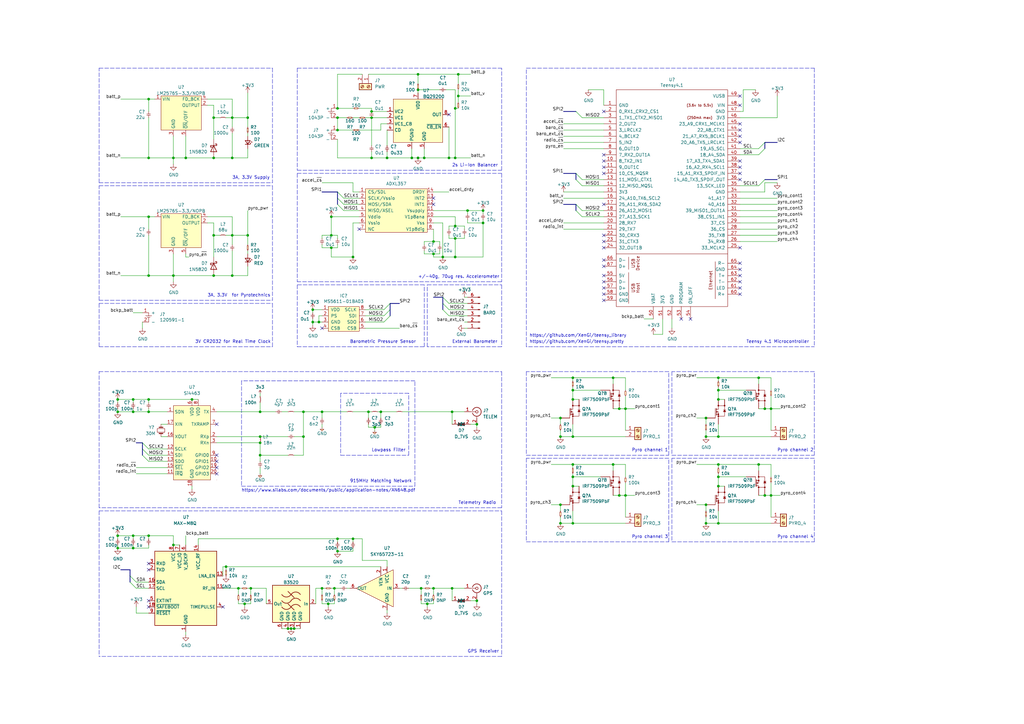
<source format=kicad_sch>
(kicad_sch (version 20211123) (generator eeschema)
  (paper "A3")
  (title_block (title "Aquila Avionics Main Board") (date "2022-03-29") (company "Cambridge University Spaceflight") (comment 4 "Daniel Fearn"))
  (junction (at 294.64 160.02))
  (junction (at 171.45 64.77))
  (junction (at 195.58 246.38))
  (junction (at 294.64 190.5))
  (junction (at 138.43 44.45))
  (junction (at 294.64 214.63))
  (junction (at 185.42 241.3))
  (junction (at 289.56 171.45))
  (junction (at 186.69 97.79))
  (junction (at 177.8 99.06))
  (junction (at 138.43 48.26))
  (junction (at 101.6 96.52))
  (junction (at 191.77 86.36))
  (junction (at 106.68 181.61))
  (junction (at 158.75 64.77))
  (junction (at 60.96 219.71))
  (junction (at 234.95 160.02))
  (junction (at 48.26 168.91))
  (junction (at 256.54 203.2))
  (junction (at 144.78 105.41))
  (junction (at 71.12 223.52))
  (junction (at 187.96 30.48))
  (junction (at 54.61 163.83))
  (junction (at 156.21 168.91))
  (junction (at 118.11 257.81))
  (junction (at 294.64 179.07))
  (junction (at 134.62 247.65))
  (junction (at 289.56 179.07))
  (junction (at 102.87 241.3))
  (junction (at 106.68 179.07))
  (junction (at 316.23 167.64))
  (junction (at 95.25 48.26))
  (junction (at 60.96 113.03))
  (junction (at 198.12 86.36))
  (junction (at 144.78 220.98))
  (junction (at 137.16 241.3))
  (junction (at 120.65 257.81))
  (junction (at 251.46 190.5))
  (junction (at 234.95 214.63))
  (junction (at 185.42 168.91))
  (junction (at 60.96 64.77))
  (junction (at 311.15 154.94))
  (junction (at 172.72 241.3))
  (junction (at 106.68 186.69))
  (junction (at 60.96 40.64))
  (junction (at 198.12 91.44))
  (junction (at 54.61 219.71))
  (junction (at 186.69 105.41))
  (junction (at 186.69 44.45))
  (junction (at 87.63 48.26))
  (junction (at 152.4 64.77))
  (junction (at 168.91 64.77))
  (junction (at 254 203.2))
  (junction (at 95.25 96.52))
  (junction (at 234.95 179.07))
  (junction (at 171.45 36.83))
  (junction (at 54.61 168.91))
  (junction (at 135.89 88.9))
  (junction (at 97.79 241.3))
  (junction (at 184.15 64.77))
  (junction (at 87.63 96.52))
  (junction (at 119.38 257.81))
  (junction (at 130.81 132.08))
  (junction (at 294.64 163.83))
  (junction (at 234.95 199.39))
  (junction (at 135.89 96.52))
  (junction (at 152.4 48.26))
  (junction (at 294.64 154.94))
  (junction (at 313.69 203.2))
  (junction (at 181.61 105.41))
  (junction (at 92.71 232.41))
  (junction (at 128.27 132.08))
  (junction (at 138.43 53.34))
  (junction (at 229.87 214.63))
  (junction (at 60.96 163.83))
  (junction (at 153.67 175.26))
  (junction (at 95.25 113.03))
  (junction (at 229.87 171.45))
  (junction (at 289.56 214.63))
  (junction (at 254 167.64))
  (junction (at 177.8 104.14))
  (junction (at 135.89 101.6))
  (junction (at 87.63 113.03))
  (junction (at 71.12 113.03))
  (junction (at 229.87 207.01))
  (junction (at 124.46 179.07))
  (junction (at 251.46 154.94))
  (junction (at 76.2 64.77))
  (junction (at 177.8 241.3))
  (junction (at 229.87 179.07))
  (junction (at 234.95 154.94))
  (junction (at 152.4 45.72))
  (junction (at 234.95 163.83))
  (junction (at 48.26 224.79))
  (junction (at 87.63 64.77))
  (junction (at 187.96 39.37))
  (junction (at 316.23 203.2))
  (junction (at 48.26 163.83))
  (junction (at 294.64 195.58))
  (junction (at 132.08 241.3))
  (junction (at 195.58 173.99))
  (junction (at 289.56 207.01))
  (junction (at 234.95 190.5))
  (junction (at 171.45 30.48))
  (junction (at 128.27 127))
  (junction (at 313.69 167.64))
  (junction (at 95.25 64.77))
  (junction (at 234.95 195.58))
  (junction (at 60.96 88.9))
  (junction (at 151.13 168.91))
  (junction (at 173.99 64.77))
  (junction (at 256.54 167.64))
  (junction (at 138.43 220.98))
  (junction (at 138.43 226.06))
  (junction (at 186.69 92.71))
  (junction (at 132.08 168.91))
  (junction (at 186.69 64.77))
  (junction (at 294.64 199.39))
  (junction (at 48.26 219.71))
  (junction (at 175.26 247.65))
  (junction (at 124.46 168.91))
  (junction (at 100.33 247.65))
  (junction (at 106.68 168.91))
  (junction (at 78.74 163.83))
  (junction (at 54.61 224.79))
  (junction (at 71.12 64.77))
  (junction (at 101.6 48.26))
  (junction (at 311.15 190.5))
  (junction (at 60.96 168.91))
  (no_connect (at 88.9 191.77))
  (no_connect (at 303.53 66.04))
  (no_connect (at 303.53 68.58))
  (no_connect (at 303.53 58.42))
  (no_connect (at 88.9 189.23))
  (no_connect (at 88.9 173.99))
  (no_connect (at 147.32 93.98))
  (no_connect (at 132.08 134.62))
  (no_connect (at 247.65 63.5))
  (no_connect (at 303.53 50.8))
  (no_connect (at 303.53 53.34))
  (no_connect (at 303.53 55.88))
  (no_connect (at 303.53 43.18))
  (no_connect (at 303.53 39.37))
  (no_connect (at 247.65 45.72))
  (no_connect (at 283.21 130.81))
  (no_connect (at 279.4 130.81))
  (no_connect (at 177.8 81.28))
  (no_connect (at 88.9 194.31))
  (no_connect (at 60.96 248.92))
  (no_connect (at 177.8 83.82))
  (no_connect (at 303.53 73.66))
  (no_connect (at 303.53 71.12))
  (no_connect (at 247.65 123.19))
  (no_connect (at 247.65 118.11))
  (no_connect (at 247.65 113.03))
  (no_connect (at 247.65 120.65))
  (no_connect (at 247.65 109.22))
  (no_connect (at 247.65 115.57))
  (no_connect (at 247.65 83.82))
  (no_connect (at 247.65 96.52))
  (no_connect (at 247.65 101.6))
  (no_connect (at 247.65 99.06))
  (no_connect (at 247.65 106.68))
  (no_connect (at 303.53 101.6))
  (no_connect (at 303.53 118.11))
  (no_connect (at 303.53 110.49))
  (no_connect (at 303.53 107.95))
  (no_connect (at 303.53 115.57))
  (no_connect (at 303.53 113.03))
  (no_connect (at 303.53 120.65))
  (no_connect (at 247.65 66.04))
  (no_connect (at 247.65 68.58))
  (no_connect (at 247.65 71.12))
  (no_connect (at 60.96 233.68))
  (no_connect (at 60.96 231.14))
  (no_connect (at 91.44 248.92))
  (no_connect (at 60.96 246.38))
  (no_connect (at 184.15 46.99))
  (no_connect (at 88.9 186.69))
  (bus_entry (at 58.42 186.69) (size 2.54 2.54))
  (bus_entry (at 184.15 127) (size -2.54 -2.54))
  (bus_entry (at 53.34 238.76) (size 2.54 2.54))
  (bus_entry (at 53.34 236.22) (size 2.54 2.54))
  (bus_entry (at 236.22 86.36) (size 2.54 2.54))
  (bus_entry (at 138.43 83.82) (size 2.54 2.54))
  (bus_entry (at 184.15 124.46) (size -2.54 -2.54))
  (bus_entry (at 138.43 78.74) (size 2.54 2.54))
  (bus_entry (at 58.42 181.61) (size 2.54 2.54))
  (bus_entry (at 157.48 129.54) (size 2.54 -2.54))
  (bus_entry (at 236.22 83.82) (size 2.54 2.54))
  (bus_entry (at 58.42 184.15) (size 2.54 2.54))
  (bus_entry (at 184.15 129.54) (size -2.54 -2.54))
  (bus_entry (at 311.15 60.96) (size 2.54 -2.54))
  (bus_entry (at 138.43 81.28) (size 2.54 2.54))
  (bus_entry (at 157.48 127) (size 2.54 -2.54))
  (bus_entry (at 311.15 63.5) (size 2.54 -2.54))
  (bus_entry (at 313.69 73.66) (size -2.54 2.54))
  (bus_entry (at 236.22 45.72) (size 2.54 2.54))
  (bus_entry (at 157.48 132.08) (size 2.54 -2.54))
  (bus_entry (at 236.22 73.66) (size 2.54 2.54))
  (bus_entry (at 236.22 71.12) (size 2.54 2.54))
  (wire (pts (xy 158.75 250.19) (xy 158.75 251.46)))
  (wire (pts (xy 234.95 163.83) (xy 234.95 160.02)))
  (wire (pts (xy 231.14 91.44) (xy 247.65 91.44)))
  (wire (pts (xy 195.58 247.65) (xy 195.58 246.38)))
  (wire (pts (xy 198.12 91.44) (xy 198.12 105.41)))
  (wire (pts (xy 186.69 97.79) (xy 190.5 97.79)))
  (wire (pts (xy 173.99 99.06) (xy 177.8 99.06)))
  (wire (pts (xy 316.23 198.12) (xy 316.23 203.2)))
  (wire (pts (xy 193.04 246.38) (xy 195.58 246.38)))
  (wire (pts (xy 54.61 165.1) (xy 54.61 163.83)))
  (wire (pts (xy 137.16 241.3) (xy 139.7 241.3)))
  (wire (pts (xy 316.23 214.63) (xy 294.64 214.63)))
  (wire (pts (xy 229.87 207.01) (xy 229.87 209.55)))
  (polyline (pts (xy 40.64 74.93) (xy 111.76 74.93)))
  (polyline (pts (xy 40.64 27.94) (xy 111.76 27.94)))
  (wire (pts (xy 135.89 241.3) (xy 137.16 241.3)))
  (wire (pts (xy 71.12 219.71) (xy 71.12 223.52)))
  (wire (pts (xy 251.46 154.94) (xy 256.54 154.94)))
  (wire (pts (xy 87.63 113.03) (xy 95.25 113.03)))
  (wire (pts (xy 184.15 64.77) (xy 186.69 64.77)))
  (wire (pts (xy 294.64 195.58) (xy 306.07 195.58)))
  (wire (pts (xy 256.54 167.64) (xy 254 167.64)))
  (wire (pts (xy 184.15 97.79) (xy 186.69 97.79)))
  (wire (pts (xy 311.15 190.5) (xy 316.23 190.5)))
  (wire (pts (xy 171.45 64.77) (xy 173.99 64.77)))
  (wire (pts (xy 85.09 88.9) (xy 95.25 88.9)))
  (polyline (pts (xy 334.01 186.69) (xy 334.01 152.4)))
  (wire (pts (xy 234.95 191.77) (xy 234.95 190.5)))
  (wire (pts (xy 157.48 127) (xy 149.86 127)))
  (wire (pts (xy 138.43 222.25) (xy 138.43 220.98)))
  (wire (pts (xy 151.13 171.45) (xy 151.13 168.91)))
  (polyline (pts (xy 205.74 69.85) (xy 205.74 27.94)))
  (wire (pts (xy 54.61 163.83) (xy 60.96 163.83)))
  (wire (pts (xy 118.11 257.81) (xy 119.38 257.81)))
  (polyline (pts (xy 111.76 27.94) (xy 111.76 74.93)))
  (wire (pts (xy 76.2 219.71) (xy 76.2 223.52)))
  (wire (pts (xy 289.56 214.63) (xy 294.64 214.63)))
  (wire (pts (xy 187.96 39.37) (xy 193.04 39.37)))
  (wire (pts (xy 138.43 30.48) (xy 148.59 30.48)))
  (wire (pts (xy 294.64 156.21) (xy 294.64 154.94)))
  (wire (pts (xy 148.59 229.87) (xy 158.75 229.87)))
  (wire (pts (xy 191.77 90.17) (xy 191.77 91.44)))
  (polyline (pts (xy 215.9 27.94) (xy 334.01 27.94)))
  (wire (pts (xy 157.48 132.08) (xy 149.86 132.08)))
  (wire (pts (xy 173.99 60.96) (xy 173.99 64.77)))
  (wire (pts (xy 173.99 104.14) (xy 177.8 104.14)))
  (wire (pts (xy 138.43 57.15) (xy 138.43 64.77)))
  (wire (pts (xy 297.18 163.83) (xy 294.64 163.83)))
  (wire (pts (xy 92.71 232.41) (xy 156.21 232.41)))
  (wire (pts (xy 297.18 199.39) (xy 294.64 199.39)))
  (wire (pts (xy 156.21 53.34) (xy 147.32 53.34)))
  (wire (pts (xy 132.08 246.38) (xy 132.08 247.65)))
  (bus (pts (xy 53.34 233.68) (xy 53.34 236.22)))
  (wire (pts (xy 190.5 121.92) (xy 191.77 121.92)))
  (wire (pts (xy 137.16 246.38) (xy 137.16 247.65)))
  (wire (pts (xy 106.68 186.69) (xy 106.68 189.23)))
  (wire (pts (xy 71.12 113.03) (xy 71.12 104.14)))
  (wire (pts (xy 144.78 78.74) (xy 144.78 74.93)))
  (wire (pts (xy 102.87 241.3) (xy 102.87 243.84)))
  (wire (pts (xy 138.43 53.34) (xy 144.78 53.34)))
  (polyline (pts (xy 275.59 187.96) (xy 275.59 222.25)))
  (wire (pts (xy 60.96 167.64) (xy 60.96 168.91)))
  (wire (pts (xy 132.08 173.99) (xy 132.08 175.26)))
  (wire (pts (xy 256.54 179.07) (xy 234.95 179.07)))
  (wire (pts (xy 177.8 99.06) (xy 180.34 99.06)))
  (polyline (pts (xy 215.9 152.4) (xy 215.9 186.69)))
  (wire (pts (xy 60.96 88.9) (xy 63.5 88.9)))
  (polyline (pts (xy 205.74 115.57) (xy 121.92 115.57)))
  (wire (pts (xy 101.6 64.77) (xy 95.25 64.77)))
  (wire (pts (xy 135.89 101.6) (xy 138.43 101.6)))
  (wire (pts (xy 101.6 96.52) (xy 101.6 100.33)))
  (wire (pts (xy 190.5 134.62) (xy 191.77 134.62)))
  (wire (pts (xy 54.61 223.52) (xy 54.61 224.79)))
  (wire (pts (xy 54.61 224.79) (xy 48.26 224.79)))
  (wire (pts (xy 106.68 181.61) (xy 106.68 186.69)))
  (polyline (pts (xy 121.92 27.94) (xy 121.92 69.85)))
  (wire (pts (xy 101.6 113.03) (xy 95.25 113.03)))
  (wire (pts (xy 129.54 247.65) (xy 129.54 241.3)))
  (wire (pts (xy 149.86 134.62) (xy 163.83 134.62)))
  (wire (pts (xy 95.25 96.52) (xy 101.6 96.52)))
  (wire (pts (xy 132.08 247.65) (xy 134.62 247.65)))
  (wire (pts (xy 92.71 232.41) (xy 92.71 233.68)))
  (wire (pts (xy 238.76 76.2) (xy 247.65 76.2)))
  (wire (pts (xy 132.08 171.45) (xy 132.08 168.91)))
  (wire (pts (xy 234.95 190.5) (xy 251.46 190.5)))
  (wire (pts (xy 163.83 241.3) (xy 165.1 241.3)))
  (polyline (pts (xy 139.7 186.69) (xy 167.64 186.69)))
  (wire (pts (xy 311.15 157.48) (xy 311.15 154.94)))
  (bus (pts (xy 58.42 181.61) (xy 55.88 181.61)))
  (wire (pts (xy 144.78 74.93) (xy 132.08 74.93)))
  (wire (pts (xy 153.67 175.26) (xy 153.67 176.53)))
  (polyline (pts (xy 205.74 269.24) (xy 40.64 269.24)))
  (wire (pts (xy 152.4 62.23) (xy 152.4 64.77)))
  (wire (pts (xy 54.61 167.64) (xy 54.61 168.91)))
  (wire (pts (xy 48.26 224.79) (xy 48.26 223.52)))
  (wire (pts (xy 118.11 186.69) (xy 106.68 186.69)))
  (wire (pts (xy 156.21 168.91) (xy 156.21 171.45)))
  (wire (pts (xy 48.26 220.98) (xy 48.26 219.71)))
  (wire (pts (xy 191.77 86.36) (xy 198.12 86.36)))
  (wire (pts (xy 132.08 96.52) (xy 132.08 97.79)))
  (bus (pts (xy 236.22 86.36) (xy 236.22 83.82)))
  (wire (pts (xy 97.79 243.84) (xy 97.79 241.3)))
  (wire (pts (xy 316.23 212.09) (xy 316.23 203.2)))
  (wire (pts (xy 132.08 241.3) (xy 133.35 241.3)))
  (wire (pts (xy 152.4 45.72) (xy 158.75 45.72)))
  (wire (pts (xy 177.8 88.9) (xy 186.69 88.9)))
  (wire (pts (xy 231.14 53.34) (xy 247.65 53.34)))
  (wire (pts (xy 289.56 207.01) (xy 289.56 209.55)))
  (polyline (pts (xy 40.64 209.55) (xy 205.74 209.55)))
  (polyline (pts (xy 215.9 142.24) (xy 215.9 27.94)))
  (wire (pts (xy 144.78 220.98) (xy 144.78 222.25)))
  (wire (pts (xy 198.12 87.63) (xy 198.12 86.36)))
  (wire (pts (xy 115.57 257.81) (xy 118.11 257.81)))
  (wire (pts (xy 151.13 173.99) (xy 151.13 175.26)))
  (wire (pts (xy 234.95 194.31) (xy 234.95 195.58)))
  (wire (pts (xy 185.42 173.99) (xy 185.42 168.91)))
  (wire (pts (xy 132.08 132.08) (xy 130.81 132.08)))
  (wire (pts (xy 135.89 88.9) (xy 135.89 96.52)))
  (wire (pts (xy 100.33 247.65) (xy 102.87 247.65)))
  (wire (pts (xy 132.08 243.84) (xy 132.08 241.3)))
  (wire (pts (xy 247.65 43.18) (xy 247.65 36.83)))
  (wire (pts (xy 187.96 39.37) (xy 187.96 41.91)))
  (wire (pts (xy 81.28 220.98) (xy 81.28 223.52)))
  (wire (pts (xy 134.62 247.65) (xy 134.62 248.92)))
  (wire (pts (xy 109.22 241.3) (xy 102.87 241.3)))
  (wire (pts (xy 303.53 99.06) (xy 318.77 99.06)))
  (wire (pts (xy 303.53 78.74) (xy 313.69 78.74)))
  (wire (pts (xy 149.86 129.54) (xy 157.48 129.54)))
  (bus (pts (xy 231.14 71.12) (xy 236.22 71.12)))
  (polyline (pts (xy 275.59 152.4) (xy 275.59 186.69)))
  (wire (pts (xy 95.25 64.77) (xy 87.63 64.77)))
  (wire (pts (xy 158.75 53.34) (xy 158.75 59.69)))
  (wire (pts (xy 85.09 40.64) (xy 95.25 40.64)))
  (bus (pts (xy 160.02 127) (xy 160.02 129.54)))
  (wire (pts (xy 237.49 199.39) (xy 234.95 199.39)))
  (wire (pts (xy 152.4 45.72) (xy 152.4 44.45)))
  (wire (pts (xy 101.6 38.1) (xy 101.6 48.26)))
  (wire (pts (xy 68.58 184.15) (xy 60.96 184.15)))
  (wire (pts (xy 60.96 163.83) (xy 78.74 163.83)))
  (wire (pts (xy 68.58 168.91) (xy 60.96 168.91)))
  (wire (pts (xy 175.26 247.65) (xy 175.26 248.92)))
  (polyline (pts (xy 334.01 27.94) (xy 334.01 142.24)))
  (wire (pts (xy 85.09 91.44) (xy 87.63 91.44)))
  (wire (pts (xy 138.43 97.79) (xy 138.43 96.52)))
  (wire (pts (xy 289.56 171.45) (xy 285.75 171.45)))
  (bus (pts (xy 138.43 78.74) (xy 138.43 81.28)))
  (wire (pts (xy 76.2 105.41) (xy 77.47 105.41)))
  (polyline (pts (xy 275.59 222.25) (xy 334.01 222.25)))
  (wire (pts (xy 231.14 78.74) (xy 247.65 78.74)))
  (wire (pts (xy 254 167.64) (xy 251.46 167.64)))
  (polyline (pts (xy 121.92 71.12) (xy 121.92 115.57)))
  (wire (pts (xy 172.72 241.3) (xy 167.64 241.3)))
  (wire (pts (xy 156.21 50.8) (xy 156.21 53.34)))
  (wire (pts (xy 177.8 241.3) (xy 185.42 241.3)))
  (wire (pts (xy 101.6 60.96) (xy 101.6 64.77)))
  (wire (pts (xy 71.12 64.77) (xy 71.12 67.31)))
  (wire (pts (xy 60.96 165.1) (xy 60.96 163.83)))
  (wire (pts (xy 87.63 96.52) (xy 87.63 105.41)))
  (wire (pts (xy 171.45 36.83) (xy 171.45 38.1)))
  (wire (pts (xy 60.96 168.91) (xy 54.61 168.91)))
  (wire (pts (xy 303.53 60.96) (xy 311.15 60.96)))
  (wire (pts (xy 237.49 163.83) (xy 234.95 163.83)))
  (wire (pts (xy 138.43 220.98) (xy 81.28 220.98)))
  (wire (pts (xy 303.53 76.2) (xy 311.15 76.2)))
  (polyline (pts (xy 173.99 116.84) (xy 121.92 116.84)))
  (wire (pts (xy 154.94 168.91) (xy 156.21 168.91)))
  (wire (pts (xy 60.96 186.69) (xy 68.58 186.69)))
  (wire (pts (xy 172.72 241.3) (xy 173.99 241.3)))
  (bus (pts (xy 58.42 184.15) (xy 58.42 186.69)))
  (wire (pts (xy 181.61 105.41) (xy 186.69 105.41)))
  (wire (pts (xy 186.69 44.45) (xy 187.96 44.45)))
  (wire (pts (xy 124.46 179.07) (xy 124.46 186.69)))
  (wire (pts (xy 95.25 96.52) (xy 92.71 96.52)))
  (wire (pts (xy 316.23 167.64) (xy 313.69 167.64)))
  (wire (pts (xy 138.43 48.26) (xy 138.43 53.34)))
  (wire (pts (xy 87.63 91.44) (xy 87.63 96.52)))
  (wire (pts (xy 147.32 83.82) (xy 140.97 83.82)))
  (wire (pts (xy 289.56 171.45) (xy 289.56 173.99)))
  (wire (pts (xy 91.44 232.41) (xy 91.44 236.22)))
  (wire (pts (xy 256.54 203.2) (xy 254 203.2)))
  (wire (pts (xy 316.23 162.56) (xy 316.23 167.64)))
  (wire (pts (xy 158.75 50.8) (xy 156.21 50.8)))
  (wire (pts (xy 91.44 232.41) (xy 92.71 232.41)))
  (wire (pts (xy 130.81 129.54) (xy 130.81 132.08)))
  (polyline (pts (xy 275.59 186.69) (xy 334.01 186.69)))
  (wire (pts (xy 54.61 219.71) (xy 60.96 219.71)))
  (wire (pts (xy 171.45 30.48) (xy 187.96 30.48)))
  (polyline (pts (xy 215.9 186.69) (xy 274.32 186.69)))
  (wire (pts (xy 60.96 40.64) (xy 60.96 45.72)))
  (wire (pts (xy 54.61 220.98) (xy 54.61 219.71)))
  (wire (pts (xy 152.4 48.26) (xy 152.4 59.69)))
  (wire (pts (xy 55.88 251.46) (xy 55.88 248.92)))
  (wire (pts (xy 138.43 220.98) (xy 144.78 220.98)))
  (wire (pts (xy 60.96 48.26) (xy 60.96 64.77)))
  (wire (pts (xy 106.68 162.56) (xy 106.68 161.29)))
  (polyline (pts (xy 139.7 161.29) (xy 139.7 186.69)))
  (wire (pts (xy 120.65 179.07) (xy 124.46 179.07)))
  (wire (pts (xy 71.12 113.03) (xy 71.12 115.57)))
  (wire (pts (xy 316.23 190.5) (xy 316.23 195.58)))
  (wire (pts (xy 147.32 78.74) (xy 144.78 78.74)))
  (bus (pts (xy 313.69 60.96) (xy 313.69 58.42)))
  (wire (pts (xy 191.77 91.44) (xy 198.12 91.44)))
  (wire (pts (xy 186.69 44.45) (xy 186.69 64.77)))
  (wire (pts (xy 130.81 132.08) (xy 128.27 132.08)))
  (wire (pts (xy 144.78 91.44) (xy 144.78 105.41)))
  (wire (pts (xy 106.68 165.1) (xy 106.68 168.91)))
  (wire (pts (xy 231.14 93.98) (xy 247.65 93.98)))
  (wire (pts (xy 172.72 247.65) (xy 175.26 247.65)))
  (wire (pts (xy 55.88 238.76) (xy 60.96 238.76)))
  (wire (pts (xy 129.54 241.3) (xy 132.08 241.3)))
  (wire (pts (xy 229.87 179.07) (xy 234.95 179.07)))
  (wire (pts (xy 120.65 168.91) (xy 124.46 168.91)))
  (wire (pts (xy 87.63 48.26) (xy 90.17 48.26)))
  (wire (pts (xy 256.54 214.63) (xy 234.95 214.63)))
  (wire (pts (xy 177.8 78.74) (xy 184.15 78.74)))
  (wire (pts (xy 71.12 64.77) (xy 71.12 55.88)))
  (polyline (pts (xy 275.59 142.24) (xy 334.01 142.24)))
  (wire (pts (xy 316.23 203.2) (xy 313.69 203.2)))
  (wire (pts (xy 191.77 87.63) (xy 191.77 86.36)))
  (wire (pts (xy 168.91 60.96) (xy 168.91 64.77)))
  (wire (pts (xy 229.87 212.09) (xy 229.87 214.63)))
  (wire (pts (xy 60.96 224.79) (xy 54.61 224.79)))
  (wire (pts (xy 49.53 88.9) (xy 60.96 88.9)))
  (wire (pts (xy 180.34 100.33) (xy 180.34 99.06)))
  (wire (pts (xy 294.64 191.77) (xy 294.64 190.5)))
  (wire (pts (xy 95.25 48.26) (xy 95.25 52.07)))
  (wire (pts (xy 55.88 241.3) (xy 60.96 241.3)))
  (wire (pts (xy 313.69 78.74) (xy 313.69 74.93)))
  (wire (pts (xy 256.54 203.2) (xy 260.35 203.2)))
  (wire (pts (xy 303.53 91.44) (xy 318.77 91.44)))
  (wire (pts (xy 311.15 193.04) (xy 311.15 190.5)))
  (bus (pts (xy 181.61 124.46) (xy 181.61 127)))
  (wire (pts (xy 124.46 168.91) (xy 124.46 179.07)))
  (wire (pts (xy 254 203.2) (xy 251.46 203.2)))
  (wire (pts (xy 132.08 100.33) (xy 132.08 101.6)))
  (wire (pts (xy 177.8 241.3) (xy 177.8 243.84)))
  (polyline (pts (xy 40.64 124.46) (xy 111.76 124.46)))
  (wire (pts (xy 180.34 104.14) (xy 180.34 102.87)))
  (wire (pts (xy 184.15 127) (xy 191.77 127)))
  (wire (pts (xy 177.8 93.98) (xy 177.8 99.06)))
  (wire (pts (xy 234.95 199.39) (xy 234.95 195.58)))
  (wire (pts (xy 95.25 54.61) (xy 95.25 64.77)))
  (wire (pts (xy 109.22 247.65) (xy 109.22 241.3)))
  (wire (pts (xy 187.96 30.48) (xy 193.04 30.48)))
  (wire (pts (xy 229.87 171.45) (xy 226.06 171.45)))
  (wire (pts (xy 156.21 173.99) (xy 156.21 175.26)))
  (wire (pts (xy 106.68 191.77) (xy 106.68 194.31)))
  (wire (pts (xy 95.25 48.26) (xy 92.71 48.26)))
  (wire (pts (xy 101.6 86.36) (xy 101.6 96.52)))
  (wire (pts (xy 303.53 88.9) (xy 318.77 88.9)))
  (wire (pts (xy 190.5 92.71) (xy 186.69 92.71)))
  (wire (pts (xy 152.4 48.26) (xy 158.75 48.26)))
  (wire (pts (xy 187.96 36.83) (xy 187.96 39.37)))
  (wire (pts (xy 88.9 168.91) (xy 106.68 168.91)))
  (wire (pts (xy 294.64 190.5) (xy 311.15 190.5)))
  (wire (pts (xy 271.78 137.16) (xy 267.97 137.16)))
  (wire (pts (xy 177.8 104.14) (xy 177.8 105.41)))
  (wire (pts (xy 54.61 168.91) (xy 48.26 168.91)))
  (wire (pts (xy 234.95 190.5) (xy 226.06 190.5)))
  (wire (pts (xy 119.38 257.81) (xy 120.65 257.81)))
  (wire (pts (xy 147.32 81.28) (xy 140.97 81.28)))
  (wire (pts (xy 186.69 64.77) (xy 193.04 64.77)))
  (wire (pts (xy 187.96 30.48) (xy 187.96 34.29)))
  (wire (pts (xy 102.87 246.38) (xy 102.87 247.65)))
  (wire (pts (xy 173.99 102.87) (xy 173.99 104.14)))
  (wire (pts (xy 256.54 212.09) (xy 256.54 203.2)))
  (wire (pts (xy 76.2 104.14) (xy 76.2 105.41)))
  (wire (pts (xy 186.69 92.71) (xy 184.15 92.71)))
  (polyline (pts (xy 170.18 199.39) (xy 170.18 156.21)))
  (bus (pts (xy 181.61 121.92) (xy 177.8 121.92)))
  (wire (pts (xy 256.54 162.56) (xy 256.54 167.64)))
  (wire (pts (xy 76.2 64.77) (xy 71.12 64.77)))
  (wire (pts (xy 68.58 194.31) (xy 55.88 194.31)))
  (wire (pts (xy 303.53 93.98) (xy 318.77 93.98)))
  (wire (pts (xy 68.58 189.23) (xy 60.96 189.23)))
  (wire (pts (xy 132.08 96.52) (xy 135.89 96.52)))
  (wire (pts (xy 190.5 93.98) (xy 190.5 92.71)))
  (wire (pts (xy 289.56 207.01) (xy 285.75 207.01)))
  (wire (pts (xy 234.95 156.21) (xy 234.95 154.94)))
  (wire (pts (xy 234.95 158.75) (xy 234.95 160.02)))
  (polyline (pts (xy 121.92 142.24) (xy 173.99 142.24)))
  (wire (pts (xy 138.43 224.79) (xy 138.43 226.06)))
  (polyline (pts (xy 274.32 186.69) (xy 274.32 152.4)))
  (wire (pts (xy 132.08 127) (xy 128.27 127)))
  (polyline (pts (xy 99.06 156.21) (xy 99.06 199.39)))
  (bus (pts (xy 138.43 78.74) (xy 132.08 78.74)))
  (polyline (pts (xy 111.76 124.46) (xy 111.76 142.24)))
  (wire (pts (xy 234.95 160.02) (xy 246.38 160.02)))
  (wire (pts (xy 176.53 241.3) (xy 177.8 241.3)))
  (wire (pts (xy 186.69 88.9) (xy 186.69 92.71)))
  (wire (pts (xy 78.74 199.39) (xy 78.74 200.66)))
  (wire (pts (xy 229.87 207.01) (xy 226.06 207.01)))
  (wire (pts (xy 185.42 241.3) (xy 190.5 241.3)))
  (wire (pts (xy 100.33 247.65) (xy 100.33 248.92)))
  (wire (pts (xy 138.43 44.45) (xy 138.43 30.48)))
  (wire (pts (xy 128.27 130.81) (xy 128.27 132.08)))
  (bus (pts (xy 231.14 83.82) (xy 236.22 83.82)))
  (wire (pts (xy 184.15 129.54) (xy 191.77 129.54)))
  (polyline (pts (xy 121.92 27.94) (xy 205.74 27.94)))
  (wire (pts (xy 177.8 91.44) (xy 181.61 91.44)))
  (wire (pts (xy 173.99 99.06) (xy 173.99 100.33)))
  (wire (pts (xy 142.24 168.91) (xy 132.08 168.91)))
  (wire (pts (xy 311.15 154.94) (xy 316.23 154.94)))
  (wire (pts (xy 60.96 113.03) (xy 49.53 113.03)))
  (wire (pts (xy 195.58 175.26) (xy 195.58 173.99)))
  (wire (pts (xy 234.95 173.99) (xy 234.95 179.07)))
  (wire (pts (xy 132.08 129.54) (xy 130.81 129.54)))
  (polyline (pts (xy 121.92 69.85) (xy 205.74 69.85)))
  (bus (pts (xy 58.42 181.61) (xy 58.42 184.15)))
  (wire (pts (xy 193.04 173.99) (xy 195.58 173.99)))
  (wire (pts (xy 87.63 64.77) (xy 76.2 64.77)))
  (wire (pts (xy 316.23 176.53) (xy 316.23 167.64)))
  (wire (pts (xy 177.8 104.14) (xy 180.34 104.14)))
  (wire (pts (xy 95.25 96.52) (xy 95.25 100.33)))
  (wire (pts (xy 294.64 173.99) (xy 294.64 179.07)))
  (wire (pts (xy 303.53 83.82) (xy 318.77 83.82)))
  (wire (pts (xy 54.61 128.27) (xy 58.42 128.27)))
  (wire (pts (xy 184.15 52.07) (xy 184.15 64.77)))
  (wire (pts (xy 91.44 241.3) (xy 97.79 241.3)))
  (wire (pts (xy 68.58 191.77) (xy 55.88 191.77)))
  (wire (pts (xy 294.64 194.31) (xy 294.64 195.58)))
  (wire (pts (xy 60.96 223.52) (xy 60.96 224.79)))
  (wire (pts (xy 165.1 168.91) (xy 185.42 168.91)))
  (wire (pts (xy 135.89 101.6) (xy 135.89 105.41)))
  (polyline (pts (xy 205.74 209.55) (xy 205.74 269.24)))
  (polyline (pts (xy 121.92 116.84) (xy 121.92 142.24)))
  (wire (pts (xy 289.56 176.53) (xy 289.56 179.07)))
  (wire (pts (xy 168.91 64.77) (xy 171.45 64.77)))
  (wire (pts (xy 229.87 214.63) (xy 234.95 214.63)))
  (wire (pts (xy 87.63 96.52) (xy 90.17 96.52)))
  (wire (pts (xy 316.23 154.94) (xy 316.23 160.02)))
  (wire (pts (xy 158.75 64.77) (xy 168.91 64.77)))
  (wire (pts (xy 304.8 36.83) (xy 304.8 45.72)))
  (wire (pts (xy 271.78 130.81) (xy 271.78 137.16)))
  (wire (pts (xy 229.87 171.45) (xy 229.87 173.99)))
  (polyline (pts (xy 334.01 187.96) (xy 275.59 187.96)))
  (wire (pts (xy 124.46 186.69) (xy 120.65 186.69)))
  (wire (pts (xy 148.59 220.98) (xy 148.59 229.87)))
  (wire (pts (xy 151.13 168.91) (xy 144.78 168.91)))
  (wire (pts (xy 289.56 179.07) (xy 294.64 179.07)))
  (bus (pts (xy 138.43 81.28) (xy 138.43 83.82)))
  (polyline (pts (xy 40.64 123.19) (xy 40.64 76.2)))
  (wire (pts (xy 171.45 30.48) (xy 171.45 34.29)))
  (wire (pts (xy 185.42 168.91) (xy 190.5 168.91)))
  (wire (pts (xy 231.14 55.88) (xy 247.65 55.88)))
  (wire (pts (xy 256.54 190.5) (xy 256.54 195.58)))
  (wire (pts (xy 313.69 74.93) (xy 318.77 74.93)))
  (wire (pts (xy 48.26 165.1) (xy 48.26 163.83)))
  (bus (pts (xy 181.61 121.92) (xy 181.61 124.46)))
  (wire (pts (xy 316.23 167.64) (xy 320.04 167.64)))
  (polyline (pts (xy 275.59 142.24) (xy 215.9 142.24)))
  (wire (pts (xy 231.14 60.96) (xy 247.65 60.96)))
  (wire (pts (xy 152.4 168.91) (xy 151.13 168.91)))
  (wire (pts (xy 256.54 154.94) (xy 256.54 160.02)))
  (wire (pts (xy 60.96 251.46) (xy 55.88 251.46)))
  (polyline (pts (xy 111.76 76.2) (xy 111.76 123.19)))
  (wire (pts (xy 95.25 40.64) (xy 95.25 48.26)))
  (polyline (pts (xy 274.32 187.96) (xy 215.9 187.96)))
  (wire (pts (xy 313.69 167.64) (xy 311.15 167.64)))
  (wire (pts (xy 97.79 241.3) (xy 99.06 241.3)))
  (wire (pts (xy 60.96 64.77) (xy 49.53 64.77)))
  (wire (pts (xy 198.12 91.44) (xy 198.12 90.17)))
  (wire (pts (xy 49.53 40.64) (xy 60.96 40.64)))
  (wire (pts (xy 294.64 154.94) (xy 311.15 154.94)))
  (wire (pts (xy 60.96 40.64) (xy 63.5 40.64)))
  (bus (pts (xy 49.53 233.68) (xy 53.34 233.68)))
  (polyline (pts (xy 215.9 187.96) (xy 215.9 222.25)))
  (bus (pts (xy 160.02 124.46) (xy 160.02 127)))
  (wire (pts (xy 234.95 209.55) (xy 234.95 214.63)))
  (wire (pts (xy 71.12 113.03) (xy 60.96 113.03)))
  (wire (pts (xy 101.6 55.88) (xy 101.6 54.61)))
  (wire (pts (xy 71.12 113.03) (xy 87.63 113.03)))
  (wire (pts (xy 294.64 154.94) (xy 285.75 154.94)))
  (wire (pts (xy 182.88 36.83) (xy 186.69 36.83)))
  (polyline (pts (xy 170.18 156.21) (xy 99.06 156.21)))
  (wire (pts (xy 76.2 55.88) (xy 76.2 64.77)))
  (wire (pts (xy 71.12 64.77) (xy 60.96 64.77)))
  (polyline (pts (xy 175.26 142.24) (xy 175.26 116.84)))
  (wire (pts (xy 48.26 168.91) (xy 48.26 167.64)))
  (wire (pts (xy 247.65 36.83) (xy 241.3 36.83)))
  (polyline (pts (xy 205.74 116.84) (xy 205.74 142.24)))
  (wire (pts (xy 238.76 48.26) (xy 247.65 48.26)))
  (wire (pts (xy 158.75 62.23) (xy 158.75 64.77)))
  (wire (pts (xy 128.27 127) (xy 128.27 128.27)))
  (wire (pts (xy 144.78 226.06) (xy 138.43 226.06)))
  (wire (pts (xy 177.8 246.38) (xy 177.8 247.65)))
  (wire (pts (xy 316.23 203.2) (xy 320.04 203.2)))
  (wire (pts (xy 135.89 105.41) (xy 144.78 105.41)))
  (wire (pts (xy 171.45 36.83) (xy 180.34 36.83)))
  (polyline (pts (xy 40.64 74.93) (xy 40.64 27.94)))
  (wire (pts (xy 88.9 179.07) (xy 106.68 179.07)))
  (bus (pts (xy 236.22 73.66) (xy 236.22 71.12)))
  (wire (pts (xy 294.64 199.39) (xy 294.64 195.58)))
  (wire (pts (xy 87.63 48.26) (xy 87.63 57.15)))
  (bus (pts (xy 313.69 73.66) (xy 318.77 73.66)))
  (wire (pts (xy 138.43 64.77) (xy 152.4 64.77)))
  (wire (pts (xy 186.69 97.79) (xy 186.69 105.41)))
  (wire (pts (xy 88.9 181.61) (xy 106.68 181.61)))
  (wire (pts (xy 229.87 176.53) (xy 229.87 179.07)))
  (wire (pts (xy 60.96 219.71) (xy 71.12 219.71)))
  (wire (pts (xy 275.59 130.81) (xy 275.59 134.62)))
  (wire (pts (xy 294.64 190.5) (xy 285.75 190.5)))
  (wire (pts (xy 68.58 173.99) (xy 66.04 173.99)))
  (wire (pts (xy 186.69 36.83) (xy 186.69 44.45)))
  (polyline (pts (xy 40.64 123.19) (xy 111.76 123.19)))
  (wire (pts (xy 87.63 43.18) (xy 87.63 48.26)))
  (wire (pts (xy 142.24 241.3) (xy 143.51 241.3)))
  (polyline (pts (xy 334.01 152.4) (xy 275.59 152.4)))
  (wire (pts (xy 175.26 247.65) (xy 177.8 247.65)))
  (wire (pts (xy 238.76 86.36) (xy 247.65 86.36)))
  (bus (pts (xy 160.02 124.46) (xy 163.83 124.46)))
  (wire (pts (xy 289.56 212.09) (xy 289.56 214.63)))
  (wire (pts (xy 144.78 220.98) (xy 148.59 220.98)))
  (wire (pts (xy 144.78 48.26) (xy 147.32 48.26)))
  (polyline (pts (xy 167.64 186.69) (xy 167.64 161.29)))
  (polyline (pts (xy 274.32 222.25) (xy 274.32 187.96)))
  (wire (pts (xy 101.6 241.3) (xy 102.87 241.3)))
  (wire (pts (xy 172.72 246.38) (xy 172.72 247.65)))
  (wire (pts (xy 124.46 168.91) (xy 132.08 168.91)))
  (wire (pts (xy 153.67 175.26) (xy 156.21 175.26)))
  (polyline (pts (xy 205.74 208.28) (xy 40.64 208.28)))
  (wire (pts (xy 294.64 209.55) (xy 294.64 214.63)))
  (polyline (pts (xy 205.74 71.12) (xy 205.74 115.57)))
  (wire (pts (xy 48.26 163.83) (xy 54.61 163.83)))
  (wire (pts (xy 151.13 30.48) (xy 171.45 30.48)))
  (wire (pts (xy 147.32 88.9) (xy 135.89 88.9)))
  (polyline (pts (xy 40.64 124.46) (xy 40.64 142.24)))
  (wire (pts (xy 156.21 168.91) (xy 162.56 168.91)))
  (bus (pts (xy 231.14 45.72) (xy 236.22 45.72)))
  (wire (pts (xy 78.74 163.83) (xy 81.28 163.83)))
  (polyline (pts (xy 99.06 199.39) (xy 170.18 199.39)))
  (polyline (pts (xy 167.64 161.29) (xy 139.7 161.29)))
  (wire (pts (xy 134.62 247.65) (xy 137.16 247.65)))
  (wire (pts (xy 48.26 219.71) (xy 54.61 219.71)))
  (wire (pts (xy 303.53 63.5) (xy 311.15 63.5)))
  (wire (pts (xy 231.14 50.8) (xy 247.65 50.8)))
  (wire (pts (xy 181.61 91.44) (xy 181.61 105.41)))
  (wire (pts (xy 95.25 102.87) (xy 95.25 113.03)))
  (wire (pts (xy 231.14 81.28) (xy 247.65 81.28)))
  (wire (pts (xy 294.64 158.75) (xy 294.64 160.02)))
  (wire (pts (xy 184.15 124.46) (xy 191.77 124.46)))
  (wire (pts (xy 177.8 86.36) (xy 191.77 86.36)))
  (wire (pts (xy 173.99 64.77) (xy 184.15 64.77)))
  (wire (pts (xy 251.46 190.5) (xy 256.54 190.5)))
  (polyline (pts (xy 40.64 152.4) (xy 205.74 152.4)))
  (wire (pts (xy 238.76 73.66) (xy 247.65 73.66)))
  (wire (pts (xy 158.75 232.41) (xy 158.75 229.87)))
  (wire (pts (xy 95.25 88.9) (xy 95.25 96.52)))
  (wire (pts (xy 147.32 91.44) (xy 144.78 91.44)))
  (wire (pts (xy 251.46 157.48) (xy 251.46 154.94)))
  (wire (pts (xy 172.72 243.84) (xy 172.72 241.3)))
  (wire (pts (xy 101.6 109.22) (xy 101.6 113.03)))
  (wire (pts (xy 234.95 195.58) (xy 246.38 195.58)))
  (polyline (pts (xy 175.26 116.84) (xy 205.74 116.84)))
  (wire (pts (xy 303.53 81.28) (xy 318.77 81.28)))
  (wire (pts (xy 303.53 48.26) (xy 318.77 48.26)))
  (wire (pts (xy 151.13 175.26) (xy 153.67 175.26)))
  (polyline (pts (xy 205.74 152.4) (xy 205.74 208.28)))
  (wire (pts (xy 234.95 154.94) (xy 251.46 154.94)))
  (wire (pts (xy 149.86 48.26) (xy 152.4 48.26)))
  (polyline (pts (xy 205.74 142.24) (xy 175.26 142.24)))
  (polyline (pts (xy 40.64 208.28) (xy 40.64 152.4)))
  (wire (pts (xy 118.11 168.91) (xy 115.57 168.91)))
  (wire (pts (xy 132.08 101.6) (xy 135.89 101.6)))
  (wire (pts (xy 294.64 163.83) (xy 294.64 160.02)))
  (wire (pts (xy 185.42 246.38) (xy 185.42 241.3)))
  (wire (pts (xy 120.65 257.81) (xy 123.19 257.81)))
  (wire (pts (xy 135.89 96.52) (xy 138.43 96.52)))
  (wire (pts (xy 251.46 193.04) (xy 251.46 190.5)))
  (wire (pts (xy 97.79 246.38) (xy 97.79 247.65)))
  (bus (pts (xy 313.69 58.42) (xy 318.77 58.42)))
  (wire (pts (xy 256.54 176.53) (xy 256.54 167.64)))
  (wire (pts (xy 256.54 167.64) (xy 260.35 167.64)))
  (wire (pts (xy 137.16 241.3) (xy 137.16 243.84)))
  (wire (pts (xy 238.76 88.9) (xy 247.65 88.9)))
  (wire (pts (xy 264.16 130.81) (xy 267.97 130.81)))
  (wire (pts (xy 58.42 132.08) (xy 58.42 134.62)))
  (wire (pts (xy 101.6 104.14) (xy 101.6 102.87)))
  (wire (pts (xy 101.6 48.26) (xy 101.6 52.07)))
  (wire (pts (xy 95.25 48.26) (xy 101.6 48.26)))
  (wire (pts (xy 113.03 168.91) (xy 106.68 168.91)))
  (polyline (pts (xy 121.92 71.12) (xy 205.74 71.12)))
  (wire (pts (xy 184.15 92.71) (xy 184.15 93.98)))
  (polyline (pts (xy 40.64 76.2) (xy 111.76 76.2)))
  (wire (pts (xy 190.5 132.08) (xy 191.77 132.08)))
  (wire (pts (xy 294.64 160.02) (xy 306.07 160.02)))
  (polyline (pts (xy 173.99 142.24) (xy 173.99 116.84)))
  (wire (pts (xy 234.95 154.94) (xy 226.06 154.94)))
  (polyline (pts (xy 334.01 222.25) (xy 334.01 187.96)))
  (wire (pts (xy 118.11 179.07) (xy 106.68 179.07)))
  (wire (pts (xy 152.4 64.77) (xy 158.75 64.77)))
  (wire (pts (xy 313.69 203.2) (xy 311.15 203.2)))
  (polyline (pts (xy 40.64 142.24) (xy 111.76 142.24)))
  (wire (pts (xy 138.43 101.6) (xy 138.43 100.33)))
  (wire (pts (xy 186.69 105.41) (xy 198.12 105.41)))
  (wire (pts (xy 138.43 48.26) (xy 142.24 48.26)))
  (wire (pts (xy 71.12 223.52) (xy 73.66 223.52)))
  (wire (pts (xy 85.09 43.18) (xy 87.63 43.18)))
  (wire (pts (xy 60.96 96.52) (xy 60.96 113.03)))
  (wire (pts (xy 138.43 44.45) (xy 144.78 44.45)))
  (bus (pts (xy 53.34 236.22) (xy 53.34 238.76)))
  (wire (pts (xy 177.8 105.41) (xy 181.61 105.41)))
  (wire (pts (xy 304.8 36.83) (xy 309.88 36.83)))
  (wire (pts (xy 60.96 88.9) (xy 60.96 93.98)))
  (wire (pts (xy 140.97 86.36) (xy 147.32 86.36)))
  (wire (pts (xy 184.15 96.52) (xy 184.15 97.79)))
  (wire (pts (xy 316.23 179.07) (xy 294.64 179.07)))
  (polyline (pts (xy 274.32 152.4) (xy 215.9 152.4)))
  (wire (pts (xy 190.5 97.79) (xy 190.5 96.52)))
  (wire (pts (xy 304.8 45.72) (xy 303.53 45.72)))
  (wire (pts (xy 256.54 198.12) (xy 256.54 203.2)))
  (wire (pts (xy 303.53 86.36) (xy 318.77 86.36)))
  (wire (pts (xy 231.14 58.42) (xy 247.65 58.42)))
  (wire (pts (xy 76.2 259.08) (xy 76.2 260.35)))
  (polyline (pts (xy 40.64 209.55) (xy 40.64 269.24)))
  (wire (pts (xy 128.27 132.08) (xy 128.27 133.35)))
  (wire (pts (xy 68.58 179.07) (xy 66.04 179.07)))
  (wire (pts (xy 152.4 44.45) (xy 147.32 44.45)))
  (wire (pts (xy 97.79 247.65) (xy 100.33 247.65)))
  (wire (pts (xy 303.53 96.52) (xy 318.77 96.52)))
  (wire (pts (xy 144.78 224.79) (xy 144.78 226.06)))
  (polyline (pts (xy 215.9 222.25) (xy 274.32 222.25)))
  (wire (pts (xy 318.77 48.26) (xy 318.77 39.37)))
  (wire (pts (xy 60.96 220.98) (xy 60.96 219.71)))
  (text "Pyro channel 1" (at 259.08 185.42 0) (effects (font (size 1.27 1.27)) (justify left bottom)))
  (text "Barometric Pressure Sensor" (at 143.51 140.97 0) (effects (font (size 1.27 1.27)) (justify left bottom)))
  (text "Telemetry Radio" (at 187.96 207.01 0) (effects (font (size 1.27 1.27)) (justify left bottom)))
  (text "GPS Receiver" (at 191.77 267.97 0) (effects (font (size 1.27 1.27)) (justify left bottom)))
  (text "Pyro channel 4" (at 318.77 220.98 0) (effects (font (size 1.27 1.27)) (justify left bottom)))
  (text "Teensy 4.1 Microcontroller" (at 306.07 140.97 0) (effects (font (size 1.27 1.27)) (justify left bottom)))
  (text "https://www.silabs.com/documents/public/application-notes/AN648.pdf" (at 99.06 201.93 0) (effects (font (size 1.27 1.27)) (justify left bottom)))
  (text "External Barometer" (at 185.42 140.97 0) (effects (font (size 1.27 1.27)) (justify left bottom)))
  (text "+/-40g, 70ug res. Accelerometer" (at 171.45 114.3 0) (effects (font (size 1.27 1.27)) (justify left bottom)))
  (text "https://github.com/XenGi/teensy_library" (at 217.17 138.43 0) (effects (font (size 1.27 1.27)) (justify left bottom)))
  (text "Pyro channel 2" (at 318.77 185.42 0) (effects (font (size 1.27 1.27)) (justify left bottom)))
  (text "3A, 3.3V  for Pyrotechnics" (at 85.09 121.92 0) (effects (font (size 1.27 1.27)) (justify left bottom)))
  (text "3V CR2032 for Real Time Clock " (at 80.01 140.97 0) (effects (font (size 1.27 1.27)) (justify left bottom)))
  (text "2s Li-Ion Balancer" (at 185.42 68.58 0) (effects (font (size 1.27 1.27)) (justify left bottom)))
  (text "915MHz Matching Network" (at 143.51 198.12 0) (effects (font (size 1.27 1.27)) (justify left bottom)))
  (text "Lowpass Filter" (at 152.4 185.42 0) (effects (font (size 1.27 1.27)) (justify left bottom)))
  (text "https://github.com/XenGi/teensy.pretty" (at 217.17 140.97 0) (effects (font (size 1.27 1.27)) (justify left bottom)))
  (text "Pyro channel 3" (at 259.08 220.98 0) (effects (font (size 1.27 1.27)) (justify left bottom)))
  (text "3A, 3.3V Supply" (at 95.25 73.66 0) (effects (font (size 1.27 1.27)) (justify left bottom)))
  (label "MOSI2" (at 60.96 186.69 0))
  (label "batt_p" (at 49.53 40.64 180))
  (label "pyro_pwr" (at 101.6 86.36 0))
  (label "bckp_batt" (at 264.16 130.81 180))
  (label "SCL" (at 55.88 241.3 0))
  (label "I2C" (at 318.77 58.42 0))
  (label "pyro_cont1" (at 318.77 81.28 0))
  (label "batt_p" (at 193.04 30.48 0))
  (label "pyro_ch1" (at 318.77 91.44 0))
  (label "bckp_batt" (at 76.2 219.71 0))
  (label "radio_int" (at 55.88 194.31 180))
  (label "MOSI2" (at 151.13 129.54 0))
  (label "SCLK1" (at 140.97 81.28 0))
  (label "radio_~{cs}" (at 231.14 58.42 180))
  (label "baro_ext_~{cs}" (at 190.5 132.08 180))
  (label "SDA" (at 55.88 238.76 0))
  (label "accel_drdy" (at 184.15 78.74 0))
  (label "accel_~{cs}" (at 132.08 74.93 180))
  (label "SCLK1" (at 304.8 76.2 0))
  (label "SCLK2" (at 240.03 88.9 0))
  (label "pyro_~{en}" (at 77.47 105.41 0))
  (label "MISO2" (at 151.13 132.08 0))
  (label "SPI2" (at 177.8 121.92 0))
  (label "MOSI2" (at 240.03 86.36 0))
  (label "baro_ext_~{cs}" (at 231.14 55.88 180))
  (label "pyro_ch4" (at 318.77 99.06 0))
  (label "pyro_cont2" (at 318.77 83.82 0))
  (label "pyro_pwr" (at 226.06 190.5 180))
  (label "accel_~{cs}" (at 231.14 50.8 180))
  (label "pyro_ch3" (at 318.77 96.52 0))
  (label "SCLK2" (at 60.96 184.15 0))
  (label "I2C" (at 49.53 233.68 180))
  (label "radio_~{cs}" (at 55.88 191.77 180))
  (label "batt_n" (at 49.53 64.77 180))
  (label "SPI2" (at 163.83 124.46 0))
  (label "batt_v" (at 231.14 81.28 180))
  (label "pyro_cont4" (at 318.77 88.9 0))
  (label "pyro_cont4" (at 320.04 203.2 0))
  (label "pyro_pwr" (at 285.75 190.5 180))
  (label "SPI1" (at 132.08 78.74 180))
  (label "pyro_cont3" (at 260.35 203.2 0))
  (label "SPI1" (at 318.77 73.66 0))
  (label "pyro_pwr" (at 285.75 154.94 180))
  (label "baro_~{cs}" (at 163.83 134.62 0))
  (label "MISO1" (at 240.03 76.2 0))
  (label "MISO2" (at 240.03 48.26 0))
  (label "batt_n" (at 193.04 64.77 0))
  (label "MISO2" (at 190.5 129.54 180))
  (label "pyro_ch2" (at 285.75 171.45 180))
  (label "SPI2" (at 55.88 181.61 180))
  (label "bckp_batt" (at 54.61 128.27 180))
  (label "MOSI1" (at 140.97 83.82 0))
  (label "accel_drdy" (at 231.14 91.44 180))
  (label "MISO2" (at 60.96 189.23 0))
  (label "pyro_cont1" (at 260.35 167.64 0))
  (label "batt_p" (at 49.53 88.9 180))
  (label "pyro_ch2" (at 318.77 93.98 0))
  (label "baro_~{cs}" (at 231.14 53.34 180))
  (label "pyro_ch4" (at 285.75 207.01 180))
  (label "pyro_ch3" (at 226.06 207.01 180))
  (label "MOSI1" (at 240.03 73.66 0))
  (label "pyro_cont2" (at 320.04 167.64 0))
  (label "SPI2" (at 231.14 45.72 180))
  (label "pyro_pwr" (at 226.06 154.94 180))
  (label "batt_n" (at 49.53 113.03 180))
  (label "SDA" (at 304.8 63.5 0))
  (label "MISO1" (at 140.97 86.36 0))
  (label "SPI2" (at 231.14 83.82 180))
  (label "SPI1" (at 231.14 71.12 180))
  (label "batt_v" (at 193.04 39.37 0))
  (label "pyro_~{en}" (at 231.14 60.96 180))
  (label "pyro_cont3" (at 318.77 86.36 0))
  (label "SCL" (at 304.8 60.96 0))
  (label "pyro_ch1" (at 226.06 171.45 180))
  (label "MOSI2" (at 190.5 127 180))
  (label "SCLK2" (at 151.13 127 0))
  (label "SCLK2" (at 190.5 124.46 180))
  (label "radio_int" (at 231.14 93.98 180))
  (symbol (lib_id "teensy:Teensy4.1") (at 275.59 97.79 0) (unit 1)
    (property "Reference" "U?" (at 275.59 32.639 0))
    (property "Value" "Teensy4.1" (at 275.59 34.9504 0))
  )
  (symbol (lib_id "power:GND") (at 71.12 67.31 0) (unit 1)
    (property "Reference" "#PWR0113" (effects hide))
    (property "Value" "GND" (at 71.247 71.7042 0))
  )
  (symbol (lib_id "power:+3V3") (at 101.6 38.1 0) (unit 1)
    (property "Reference" "#PWR0107" (effects hide))
    (property "Value" "3v3" (at 101.6 34.9758 0))
  )
  (symbol (lib_name "IRF7509PbF_4") (lib_id "aquila:IRF7509PbF") (at 294.64 204.47 0) (unit 1)
    (property "Reference" "Q?" (at 298.3992 203.3016 0) (effects (justify left)))
    (property "Value" "IRF7509PbF" (at 298.3992 205.613 0) (effects (justify left)))
    (property "Footprint" "aquila:IRF7509PbF" (effects hide))
    (property "Datasheet" "https://www.farnell.com/datasheets/138074.pdf" (effects hide))
    (property "Farnell" "1611421" (effects hide))
  )
  (symbol (lib_name "IRF7509PbF_3") (lib_id "aquila:IRF7509PbF") (at 311.15 198.12 0) (unit 2)
    (property "Reference" "Q?" (at 304.8 196.85 0) (effects (justify left)))
    (property "Value" "IRF7509PbF" (at 298.45 199.39 0) (effects (justify left)))
    (property "Footprint" "aquila:IRF7509PbF" (effects hide))
    (property "Datasheet" "https://www.farnell.com/datasheets/138074.pdf" (effects hide))
    (property "Farnell" "1611421" (effects hide))
  )
  (symbol (lib_id "aquila:R-cusf-kicad") (at 289.56 209.55 270) (unit 1)
    (property "Reference" "R?" (at 290.6776 209.6516 90) (effects (justify left)))
    (property "Value" "10k" (at 290.6776 211.963 90) (effects (justify left)))
  )
  (symbol (lib_id "power:GND") (at 289.56 214.63 0) (unit 1)
    (property "Reference" "#PWR0105" (effects hide))
    (property "Value" "GND" (at 289.687 219.0242 0))
  )
  (symbol (lib_id "Connector:Screw_Terminal_01x02") (at 321.31 212.09 0) (unit 1)
    (property "Reference" "J?" (at 323.342 212.2932 0) (effects (justify left)))
    (property "Value" "PYRO_4" (at 323.342 214.6046 0) (effects (justify left)))
  )
  (symbol (lib_id "aquila:R-cusf-kicad") (at 294.64 191.77 270) (unit 1)
    (property "Reference" "R?" (at 295.7576 191.8716 90) (effects (justify left)))
    (property "Value" "10k" (at 295.7576 194.183 90) (effects (justify left)))
  )
  (symbol (lib_id "aquila:R-cusf-kicad") (at 316.23 195.58 270) (unit 1)
    (property "Reference" "R?" (at 317.3476 195.6816 90) (effects (justify left)))
    (property "Value" "100k" (at 317.3476 197.993 90) (effects (justify left)))
  )
  (symbol (lib_id "aquila:MS5611-01BA03") (at 139.7 129.54 0) (unit 1)
    (property "Reference" "IC?" (at 140.97 121.285 0))
    (property "Value" "MS5611-01BA03" (at 140.97 123.5964 0))
    (property "Footprint" "cusf:MS5611" (effects hide))
    (property "Farnell" "2362662" (effects hide))
  )
  (symbol (lib_id "power:+3V3") (at 128.27 127 0) (unit 1)
    (property "Reference" "#PWR0110" (effects hide))
    (property "Value" "3v3" (at 128.27 123.8758 0))
  )
  (symbol (lib_id "power:+3V3") (at 48.26 163.83 0) (unit 1)
    (property "Reference" "#PWR0109" (effects hide))
    (property "Value" "3v3" (at 48.26 160.7058 0))
  )
  (symbol (lib_id "power:GND") (at 78.74 200.66 0) (unit 1)
    (property "Reference" "#PWR0128" (effects hide))
    (property "Value" "GND" (at 78.867 205.0542 0))
  )
  (symbol (lib_id "power:GND") (at 128.27 133.35 0) (unit 1)
    (property "Reference" "#PWR0104" (effects hide))
    (property "Value" "GND" (at 128.397 137.7442 0))
  )
  (symbol (lib_id "aquila:C-cusf-kicad") (at 128.27 128.27 270) (unit 1)
    (property "Reference" "C?" (at 124.46 128.27 90) (effects (justify left)))
    (property "Value" "0u1" (at 123.19 130.81 90) (effects (justify left)))
  )
  (symbol (lib_id "Device:Crystal_Small") (at 66.04 176.53 90) (mirror x) (unit 1)
    (property "Reference" "Y?" (at 60.96 175.26 90) (effects (justify right)))
    (property "Value" "30M" (at 59.69 177.8 90) (effects (justify right)))
  )
  (symbol (lib_id "aquila:C-cusf-kicad") (at 60.96 165.1 270) (unit 1)
    (property "Reference" "C?" (at 57.15 165.1 90) (effects (justify left)))
    (property "Value" "1u" (at 55.88 167.64 90) (effects (justify left)))
  )
  (symbol (lib_id "aquila:C-cusf-kicad") (at 54.61 165.1 270) (unit 1)
    (property "Reference" "C?" (at 50.8 165.1 90) (effects (justify left)))
    (property "Value" "100n" (at 49.53 167.64 90) (effects (justify left)))
  )
  (symbol (lib_id "aquila:C-cusf-kicad") (at 48.26 165.1 270) (unit 1)
    (property "Reference" "C?" (at 44.45 165.1 90) (effects (justify left)))
    (property "Value" "100p" (at 43.18 167.64 90) (effects (justify left)))
  )
  (symbol (lib_id "power:GND") (at 48.26 168.91 0) (unit 1)
    (property "Reference" "#PWR0111" (effects hide))
    (property "Value" "GND" (at 48.387 173.3042 0))
  )
  (symbol (lib_id "aquila:ADXL357") (at 162.56 73.66 0) (unit 1)
    (property "Reference" "U?" (at 162.56 73.025 0))
    (property "Value" "ADXL357" (at 162.56 75.3364 0))
  )
  (symbol (lib_id "power:+3V3") (at 198.12 86.36 0) (unit 1)
    (property "Reference" "#PWR0103" (effects hide))
    (property "Value" "3v3" (at 198.12 83.2358 0))
  )
  (symbol (lib_id "aquila:C-cusf-kicad") (at 198.12 87.63 270) (unit 1)
    (property "Reference" "C?" (at 199.5932 87.7316 90) (effects (justify left)))
    (property "Value" "10u" (at 199.5932 90.043 90) (effects (justify left)))
  )
  (symbol (lib_id "aquila:C-cusf-kicad") (at 191.77 87.63 270) (unit 1)
    (property "Reference" "C?" (at 193.2432 87.7316 90) (effects (justify left)))
    (property "Value" "0u1" (at 193.2432 90.043 90) (effects (justify left)))
  )
  (symbol (lib_id "aquila:C-cusf-kicad") (at 190.5 93.98 270) (unit 1)
    (property "Reference" "C?" (at 191.9732 94.0816 90) (effects (justify left)))
    (property "Value" "10u" (at 191.9732 96.393 90) (effects (justify left)))
  )
  (symbol (lib_id "aquila:C-cusf-kicad") (at 184.15 93.98 270) (unit 1)
    (property "Reference" "C?" (at 185.6232 94.0816 90) (effects (justify left)))
    (property "Value" "0u1" (at 185.6232 96.393 90) (effects (justify left)))
  )
  (symbol (lib_id "power:GND") (at 181.61 105.41 0) (unit 1)
    (property "Reference" "#PWR0102" (effects hide))
    (property "Value" "GND" (at 181.737 109.8042 0))
  )
  (symbol (lib_id "aquila:C-cusf-kicad") (at 180.34 100.33 270) (unit 1)
    (property "Reference" "C?" (at 181.8132 100.4316 90) (effects (justify left)))
    (property "Value" "10u" (at 181.8132 102.743 90) (effects (justify left)))
  )
  (symbol (lib_id "aquila:C-cusf-kicad") (at 173.99 100.33 270) (unit 1)
    (property "Reference" "C?" (at 175.4632 100.4316 90) (effects (justify left)))
    (property "Value" "0u1" (at 175.4632 102.743 90) (effects (justify left)))
  )
  (symbol (lib_id "aquila:C-cusf-kicad") (at 138.43 97.79 270) (unit 1)
    (property "Reference" "C?" (at 139.9032 97.8916 90) (effects (justify left)))
    (property "Value" "10u" (at 139.9032 100.203 90) (effects (justify left)))
  )
  (symbol (lib_id "aquila:C-cusf-kicad") (at 132.08 97.79 270) (unit 1)
    (property "Reference" "C?" (at 133.5532 97.8916 90) (effects (justify left)))
    (property "Value" "0u1" (at 133.5532 100.203 90) (effects (justify left)))
  )
  (symbol (lib_id "power:GND") (at 144.78 105.41 0) (unit 1)
    (property "Reference" "#PWR0101" (effects hide))
    (property "Value" "GND" (at 144.907 109.8042 0))
  )
  (symbol (lib_id "power:+3V3") (at 135.89 88.9 0) (unit 1)
    (property "Reference" "#PWR0106" (effects hide))
    (property "Value" "3v3" (at 135.89 85.7758 0))
  )
  (symbol (lib_id "RF:Si4463") (at 78.74 181.61 0) (unit 1)
    (property "Reference" "U?" (at 78.74 158.75 0))
    (property "Value" "Si4463" (at 78.74 161.29 0))
    (property "Footprint" "Package_DFN_QFN:QFN-20-1EP_4x4mm_P0.5mm_EP2.6x2.6mm_ThermalVias" (effects hide))
    (property "Datasheet" "https://www.silabs.com/documents/public/data-sheets/Si4464-63-61-60.pdf" (effects hide))
  )
  (symbol (lib_id "aquila:120591-1") (at 62.23 125.73 0) (unit 1)
    (property "Reference" "J?" (at 65.4812 128.8796 0) (effects (justify left)))
    (property "Value" "120591-1" (at 65.4812 131.191 0) (effects (justify left)))
    (property "Datasheet" "https://www.farnell.com/cad/1815976.pdf" (effects hide))
  )
  (symbol (lib_id "power:GND") (at 58.42 134.62 0) (unit 1)
    (property "Reference" "#PWR0117" (effects hide))
    (property "Value" "GND" (at 58.547 139.0142 0))
  )
  (symbol (lib_id "aquila:R-cusf-kicad") (at 256.54 160.02 270) (unit 1)
    (property "Reference" "R?" (at 257.6576 160.1216 90) (effects (justify left)))
    (property "Value" "100k" (at 257.6576 162.433 90) (effects (justify left)))
  )
  (symbol (lib_id "power:GND") (at 309.88 36.83 0) (unit 1)
    (property "Reference" "#PWR?" (effects hide))
    (property "Value" "GND" (at 310.007 41.2242 0))
  )
  (symbol (lib_id "aquila:R-cusf-kicad") (at 101.6 100.33 270) (unit 1)
    (property "Reference" "R?" (at 102.7176 100.4316 90) (effects (justify left)))
    (property "Value" "100" (at 102.7176 102.743 90) (effects (justify left)))
  )
  (symbol (lib_id "aquila:C-cusf-kicad") (at 48.26 220.98 270) (unit 1)
    (property "Reference" "C?" (at 44.45 220.98 90) (effects (justify left)))
    (property "Value" "100p" (at 43.18 223.52 90) (effects (justify left)))
  )
  (symbol (lib_id "power:GND") (at 119.38 257.81 0) (unit 1)
    (property "Reference" "#PWR0119" (effects hide))
    (property "Value" "GND" (at 119.507 262.2042 0))
  )
  (symbol (lib_id "power:GND") (at 48.26 224.79 0) (unit 1)
    (property "Reference" "#PWR0124" (effects hide))
    (property "Value" "GND" (at 48.387 229.1842 0))
  )
  (symbol (lib_id "aquila:L-cusf-kicad") (at 90.17 96.52 0) (unit 1)
    (property "Reference" "L?" (at 91.44 91.9226 0))
    (property "Value" "68u" (at 91.44 94.234 0))
  )
  (symbol (lib_id "aquila:R-cusf-kicad") (at 187.96 41.91 270) (unit 1)
    (property "Reference" "R?" (at 189.0776 42.0116 90) (effects (justify left)))
    (property "Value" "10k" (at 189.0776 44.323 90) (effects (justify left)))
  )
  (symbol (lib_id "Strix:L") (at 142.24 168.91 0) (unit 1)
    (property "Reference" "L?" (at 143.51 165.1 0) (effects (justify bottom)))
    (property "Value" "11n" (at 143.51 165.1 0) (effects (justify top)))
    (property "Footprint" "Strix:L_0402" (effects hide))
    (property "Farnell" "1343082" (effects hide))
  )
  (symbol (lib_id "Connector:Screw_Terminal_01x02") (at 261.62 176.53 0) (unit 1)
    (property "Reference" "J?" (at 263.652 176.7332 0) (effects (justify left)))
    (property "Value" "PYRO_1" (at 263.652 179.0446 0) (effects (justify left)))
  )
  (symbol (lib_id "power:+3V3") (at 318.77 39.37 0) (unit 1)
    (property "Reference" "#PWR?" (effects hide))
    (property "Value" "3v3" (at 318.77 36.2458 0))
  )
  (symbol (lib_id "aquila:BQ29200") (at 171.45 49.53 0) (unit 1)
    (property "Reference" "U?" (at 173.4694 37.0672 0) (effects (justify left)))
    (property "Value" "BQ29200" (at 173.4694 39.6041 0) (effects (justify left)))
    (property "Datasheet" "https://www.ti.com/lit/ds/symlink/bq29200.pdf?ts=1647814951091&ref_url=https%253A%252F%252Fwww.ti.com%252Fproduct%252FBQ29200" (effects hide))
  )
  (symbol (lib_id "aquila:C-cusf-kicad") (at 165.1 241.3 0) (unit 1)
    (property "Reference" "C?" (at 166.37 236.347 0))
    (property "Value" "20p" (at 166.37 238.6584 0))
  )
  (symbol (lib_id "power:GND") (at 175.26 248.92 0) (unit 1)
    (property "Reference" "#PWR0130" (effects hide))
    (property "Value" "GND" (at 175.387 253.3142 0))
  )
  (symbol (lib_id "Strix:GND") (at 106.68 194.31 0) (unit 1)
    (property "Reference" "#PWR?" (effects hide))
    (property "Value" "GND" (at 106.68 196.85 0))
  )
  (symbol (lib_id "power:GND") (at 138.43 226.06 0) (unit 1)
    (property "Reference" "#PWR0120" (effects hide))
    (property "Value" "GND" (at 138.557 230.4542 0))
  )
  (symbol (lib_name "IRF7509PbF_6") (lib_id "aquila:IRF7509PbF") (at 251.46 162.56 0) (unit 2)
    (property "Reference" "Q?" (at 245.11 161.29 0) (effects (justify left)))
    (property "Value" "IRF7509PbF" (at 238.76 163.83 0) (effects (justify left)))
    (property "Footprint" "aquila:IRF7509PbF" (effects hide))
    (property "Datasheet" "https://www.farnell.com/datasheets/138074.pdf" (effects hide))
    (property "Farnell" "1611421" (effects hide))
  )
  (symbol (lib_id "Strix:C") (at 118.11 179.07 0) (unit 1)
    (property "Reference" "C?" (at 119.38 175.26 0) (effects (justify bottom)))
    (property "Value" "1p" (at 119.38 175.26 0) (effects (justify top)))
    (property "Footprint" "Strix:C_0402" (effects hide))
    (property "Farnell" "3369062" (effects hide))
  )
  (symbol (lib_id "Strix:GND") (at 132.08 175.26 0) (unit 1)
    (property "Reference" "#PWR?" (effects hide))
    (property "Value" "GND" (at 132.08 177.8 0))
  )
  (symbol (lib_id "aquila:C-cusf-kicad") (at 158.75 62.23 90) (unit 1)
    (property "Reference" "C?" (at 160.147 60.1253 90) (effects (justify right)))
    (property "Value" "0u33" (at 160.147 62.6622 90) (effects (justify right)))
  )
  (symbol (lib_id "aquila:R-cusf-kicad") (at 229.87 173.99 270) (unit 1)
    (property "Reference" "R?" (at 230.9876 174.0916 90) (effects (justify left)))
    (property "Value" "10k" (at 230.9876 176.403 90) (effects (justify left)))
  )
  (symbol (lib_id "aquila:LM2576S-3.3{slash}NOPB") (at 74.93 45.72 0) (unit 1)
    (property "Reference" "U?" (at 74.295 35.721 0))
    (property "Value" "LM2576S-3.3/NOPB" (at 74.295 38.2579 0))
    (property "Footprint" "aquila:TO-236_5" (effects hide))
    (property "Datasheet" "https://www.ti.com/lit/ds/symlink/lm2576.pdf" (effects hide))
  )
  (symbol (lib_id "power:+3V3") (at 55.88 248.92 0) (unit 1)
    (property "Reference" "#PWR0123" (effects hide))
    (property "Value" "3v3" (at 55.88 245.7958 0))
  )
  (symbol (lib_id "Strix:L") (at 162.56 168.91 0) (unit 1)
    (property "Reference" "L?" (at 163.83 165.1 0) (effects (justify bottom)))
    (property "Value" "11n" (at 163.83 165.1 0) (effects (justify top)))
    (property "Footprint" "Strix:L_0402" (effects hide))
    (property "Farnell" "1343082" (effects hide))
  )
  (symbol (lib_id "aquila:R-cusf-kicad") (at 234.95 191.77 270) (unit 1)
    (property "Reference" "R?" (at 236.0676 191.8716 90) (effects (justify left)))
    (property "Value" "10k" (at 236.0676 194.183 90) (effects (justify left)))
  )
  (symbol (lib_name "IRF7509PbF_7") (lib_id "aquila:IRF7509PbF") (at 234.95 204.47 0) (unit 1)
    (property "Reference" "Q?" (at 238.7092 203.3016 0) (effects (justify left)))
    (property "Value" "IRF7509PbF" (at 238.7092 205.613 0) (effects (justify left)))
    (property "Footprint" "aquila:IRF7509PbF" (effects hide))
    (property "Datasheet" "https://www.farnell.com/datasheets/138074.pdf" (effects hide))
    (property "Farnell" "1611421" (effects hide))
  )
  (symbol (lib_id "aquila:R-cusf-kicad") (at 97.79 243.84 270) (unit 1)
    (property "Reference" "R?" (at 98.9076 243.9416 90) (effects (justify left)))
    (property "Value" "DNP" (at 98.9076 246.253 90) (effects (justify left)))
  )
  (symbol (lib_id "aquila:R-cusf-kicad") (at 177.8 243.84 270) (unit 1)
    (property "Reference" "R?" (at 178.9176 243.9416 90) (effects (justify left)))
    (property "Value" "DNP" (at 178.9176 246.253 90) (effects (justify left)))
  )
  (symbol (lib_id "Diode:1N5820") (at 87.63 109.22 270) (unit 1)
    (property "Reference" "D?" (at 82.55 107.95 90) (effects (justify left)))
    (property "Value" "1N5820" (at 77.47 110.49 90) (effects (justify left)))
    (property "Footprint" "Diode_THT:D_DO-201AD_P15.24mm_Horizontal" (effects hide))
    (property "Datasheet" "http://www.vishay.com/docs/88526/1n5820.pdf" (effects hide))
  )
  (symbol (lib_id "power:GND") (at 195.58 175.26 0) (unit 1)
    (property "Reference" "#PWR?" (effects hide))
    (property "Value" "GND" (at 195.707 179.6542 0))
  )
  (symbol (lib_id "aquila:R-cusf-kicad") (at 101.6 52.07 270) (unit 1)
    (property "Reference" "R?" (at 102.7176 52.1716 90) (effects (justify left)))
    (property "Value" "100" (at 102.7176 54.483 90) (effects (justify left)))
  )
  (symbol (lib_id "aquila:R-cusf-kicad") (at 147.32 48.26 0) (unit 1)
    (property "Reference" "R?" (at 148.59 52.07 0))
    (property "Value" "100" (at 148.59 49.53 0))
  )
  (symbol (lib_id "aquila:R-cusf-kicad") (at 172.72 243.84 270) (unit 1)
    (property "Reference" "R?" (at 173.8376 243.9416 90) (effects (justify left)))
    (property "Value" "DNP" (at 173.8376 246.253 90) (effects (justify left)))
  )
  (symbol (lib_id "Strix:C") (at 151.13 171.45 90) (mirror x) (unit 1)
    (property "Reference" "C?" (at 154.94 171.45 90) (effects (justify left)))
    (property "Value" "3p3" (at 156.21 173.99 90) (effects (justify left)))
    (property "Footprint" "Strix:C_0402" (effects hide))
    (property "Farnell" "3013357" (effects hide))
  )
  (symbol (lib_id "Connector:Conn_Coaxial") (at 195.58 168.91 0) (unit 1)
    (property "Reference" "J?" (at 198.12 168.3685 0) (effects (justify left)))
    (property "Value" "TELEM" (at 198.12 170.9054 0) (effects (justify left)))
    (property "Datasheet" " ~" (effects hide))
  )
  (symbol (lib_id "aquila:C-cusf-kicad") (at 144.78 222.25 270) (unit 1)
    (property "Reference" "C?" (at 140.97 222.25 90) (effects (justify left)))
    (property "Value" "100p" (at 139.7 224.79 90) (effects (justify left)))
  )
  (symbol (lib_id "Connector:Screw_Terminal_01x02") (at 261.62 212.09 0) (unit 1)
    (property "Reference" "J?" (at 263.652 212.2932 0) (effects (justify left)))
    (property "Value" "PYRO_3" (at 263.652 214.6046 0) (effects (justify left)))
  )
  (symbol (lib_id "Strix:L") (at 106.68 179.07 270) (unit 1)
    (property "Reference" "L?" (at 107.7976 179.1716 90) (effects (justify left)))
    (property "Value" "18n" (at 107.95 181.61 90) (effects (justify left)))
    (property "Footprint" "Strix:L_0402" (effects hide))
    (property "Farnell" "1343084" (effects hide))
  )
  (symbol (lib_id "aquila:C-cusf-kicad") (at 152.4 62.23 90) (unit 1)
    (property "Reference" "C?" (at 153.797 60.1253 90) (effects (justify right)))
    (property "Value" "0u1" (at 153.797 62.6622 90) (effects (justify right)))
  )
  (symbol (lib_id "power:+3V3") (at 231.14 78.74 0) (unit 1)
    (property "Reference" "#PWR?" (effects hide))
    (property "Value" "3v3" (at 231.14 75.6158 0))
  )
  (symbol (lib_id "power:GND") (at 92.71 236.22 0) (unit 1)
    (property "Reference" "#PWR0121" (effects hide))
    (property "Value" "GND" (at 92.837 240.6142 0))
  )
  (symbol (lib_id "aquila:R-cusf-kicad") (at 171.45 36.83 90) (unit 1)
    (property "Reference" "R?" (at 167.64 34.29 90) (effects (justify right)))
    (property "Value" "100" (at 166.37 36.83 90) (effects (justify right)))
  )
  (symbol (lib_id "power:GND") (at 76.2 260.35 0) (unit 1)
    (property "Reference" "#PWR0122" (effects hide))
    (property "Value" "GND" (at 76.327 264.7442 0))
  )
  (symbol (lib_id "power:GND") (at 275.59 134.62 0) (unit 1)
    (property "Reference" "#PWR?" (effects hide))
    (property "Value" "GND" (at 275.717 139.0142 0))
  )
  (symbol (lib_id "aquila:R-cusf-kicad") (at 144.78 44.45 0) (unit 1)
    (property "Reference" "R?" (at 146.05 40.6232 0))
    (property "Value" "160" (at 146.05 43.1601 0))
  )
  (symbol (lib_id "aquila:R-cusf-kicad") (at 142.24 48.26 0) (unit 1)
    (property "Reference" "R?" (at 143.51 52.07 0))
    (property "Value" "160" (at 143.51 49.53 0))
  )
  (symbol (lib_id "Connector:Conn_Coaxial") (at 195.58 241.3 0) (unit 1)
    (property "Reference" "J?" (at 198.12 240.7585 0) (effects (justify left)))
    (property "Value" "GPS" (at 198.12 243.2954 0) (effects (justify left)))
    (property "Datasheet" " ~" (effects hide))
  )
  (symbol (lib_id "aquila:R-cusf-kicad") (at 132.08 243.84 270) (unit 1)
    (property "Reference" "R?" (at 133.1976 243.9416 90) (effects (justify left)))
    (property "Value" "DNP" (at 133.1976 246.253 90) (effects (justify left)))
  )
  (symbol (lib_id "aquila:C-cusf-kicad") (at 95.25 52.07 90) (mirror x) (unit 1)
    (property "Reference" "C?" (at 93.7768 52.1716 90) (effects (justify left)))
    (property "Value" "1000u" (at 93.7768 54.483 90) (effects (justify left)))
  )
  (symbol (lib_id "aquila:C-cusf-kicad") (at 54.61 220.98 270) (unit 1)
    (property "Reference" "C?" (at 50.8 220.98 90) (effects (justify left)))
    (property "Value" "100n" (at 49.53 223.52 90) (effects (justify left)))
  )
  (symbol (lib_id "Connector:Screw_Terminal_01x02") (at 151.13 35.56 270) (unit 1)
    (property "Reference" "J?" (at 153.67 33.02 90) (effects (justify left)))
    (property "Value" "PWR" (at 153.67 35.56 90) (effects (justify left)))
  )
  (symbol (lib_id "aquila:R-cusf-kicad") (at 137.16 243.84 270) (unit 1)
    (property "Reference" "R?" (at 138.2776 243.9416 90) (effects (justify left)))
    (property "Value" "DNP" (at 138.2776 246.253 90) (effects (justify left)))
  )
  (symbol (lib_id "Strix:C") (at 132.08 171.45 90) (mirror x) (unit 1)
    (property "Reference" "C?" (at 130.6068 171.5516 90) (effects (justify left)))
    (property "Value" "6n2" (at 130.6068 173.863 90) (effects (justify left)))
    (property "Footprint" "Strix:C_0402" (effects hide))
    (property "Farnell" "2627370" (effects hide))
  )
  (symbol (lib_id "power:GND") (at 100.33 248.92 0) (unit 1)
    (property "Reference" "#PWR0126" (effects hide))
    (property "Value" "GND" (at 100.457 253.3142 0))
  )
  (symbol (lib_id "power:GND") (at 241.3 36.83 0) (unit 1)
    (property "Reference" "#PWR?" (effects hide))
    (property "Value" "GND" (at 241.427 41.2242 0))
  )
  (symbol (lib_id "Strix:C") (at 156.21 171.45 270) (unit 1)
    (property "Reference" "C?" (at 157.6832 171.5516 90) (effects (justify left)))
    (property "Value" "3p3" (at 157.6832 173.863 90) (effects (justify left)))
    (property "Footprint" "Strix:C_0402" (effects hide))
    (property "Farnell" "3013357" (effects hide))
  )
  (symbol (lib_id "aquila:R-cusf-kicad") (at 176.53 241.3 180) (unit 1)
    (property "Reference" "R?" (at 175.26 236.7026 0))
    (property "Value" "0" (at 175.26 239.014 0))
  )
  (symbol (lib_id "aquila:R-cusf-kicad") (at 102.87 243.84 270) (unit 1)
    (property "Reference" "R?" (at 103.9876 243.9416 90) (effects (justify left)))
    (property "Value" "DNP" (at 103.9876 246.253 90) (effects (justify left)))
  )
  (symbol (lib_id "aquila:D_TVS") (at 189.23 246.38 0) (unit 1)
    (property "Reference" "D?" (at 189.23 248.92 0))
    (property "Value" "D_TVS" (at 189.23 251.46 0))
  )
  (symbol (lib_id "power:GND") (at 171.45 64.77 0) (unit 1)
    (property "Reference" "#PWR?" (effects hide))
    (property "Value" "GND" (at 171.45 69.2134 0))
  )
  (symbol (lib_id "Strix:L") (at 106.68 162.56 270) (unit 1)
    (property "Reference" "L?" (at 102.87 162.56 90) (effects (justify left)))
    (property "Value" "100n" (at 100.33 165.1 90) (effects (justify left)))
    (property "Footprint" "Strix:L_0402" (effects hide))
    (property "Farnell" "3471254" (effects hide))
  )
  (symbol (lib_id "Strix:L") (at 118.11 168.91 0) (unit 1)
    (property "Reference" "L?" (at 119.38 165.1 0) (effects (justify bottom)))
    (property "Value" "3n3" (at 119.38 165.1 0) (effects (justify top)))
    (property "Footprint" "Strix:L_0402" (effects hide))
    (property "Farnell" "1343068" (effects hide))
  )
  (symbol (lib_id "aquila:C-cusf-kicad") (at 152.4 48.26 90) (unit 1)
    (property "Reference" "C?" (at 153.67 41.91 90) (effects (justify right)))
    (property "Value" "0u1" (at 153.67 44.45 90) (effects (justify right)))
  )
  (symbol (lib_id "power:GND") (at 195.58 247.65 0) (unit 1)
    (property "Reference" "#PWR0127" (effects hide))
    (property "Value" "GND" (at 195.707 252.0442 0))
  )
  (symbol (lib_id "aquila:C-cusf-kicad") (at 138.43 222.25 270) (unit 1)
    (property "Reference" "C?" (at 134.62 222.25 90) (effects (justify left)))
    (property "Value" "100n" (at 133.35 224.79 90) (effects (justify left)))
  )
  (symbol (lib_id "power:GND") (at 158.75 251.46 0) (unit 1)
    (property "Reference" "#PWR0129" (effects hide))
    (property "Value" "GND" (at 158.877 255.8542 0))
  )
  (symbol (lib_id "aquila:R-cusf-kicad") (at 144.78 53.34 0) (unit 1)
    (property "Reference" "R?" (at 146.05 57.15 0))
    (property "Value" "100" (at 146.05 54.61 0))
  )
  (symbol (lib_id "aquila:C-cusf-kicad") (at 60.96 220.98 270) (unit 1)
    (property "Reference" "C?" (at 57.15 220.98 90) (effects (justify left)))
    (property "Value" "1u" (at 55.88 223.52 90) (effects (justify left)))
  )
  (symbol (lib_id "Strix:L") (at 118.11 186.69 0) (unit 1)
    (property "Reference" "L?" (at 119.38 182.88 0) (effects (justify bottom)))
    (property "Value" "22n" (at 119.38 182.88 0) (effects (justify top)))
    (property "Footprint" "Strix:L_0402" (effects hide))
    (property "Farnell" "3263549" (effects hide))
  )
  (symbol (lib_id "Strix:C") (at 106.68 189.23 270) (unit 1)
    (property "Reference" "C?" (at 108.1532 189.3316 90) (effects (justify left)))
    (property "Value" "3p" (at 108.1532 191.643 90) (effects (justify left)))
    (property "Footprint" "Strix:C_0402" (effects hide))
    (property "Farnell" "1758933" (effects hide))
  )
  (symbol (lib_id "Strix:3v3") (at 106.68 161.29 0) (unit 1)
    (property "Reference" "#PWR?" (effects hide))
    (property "Value" "3v3" (at 106.68 158.75 0))
  )
  (symbol (lib_id "aquila:R-cusf-kicad") (at 294.64 156.21 270) (unit 1)
    (property "Reference" "R?" (at 295.7576 156.3116 90) (effects (justify left)))
    (property "Value" "10k" (at 295.7576 158.623 90) (effects (justify left)))
  )
  (symbol (lib_id "aquila:R-cusf-kicad") (at 187.96 34.29 270) (unit 1)
    (property "Reference" "R?" (at 189.0776 34.3916 90) (effects (justify left)))
    (property "Value" "20k" (at 189.0776 36.703 90) (effects (justify left)))
  )
  (symbol (lib_id "aquila:R-cusf-kicad") (at 256.54 195.58 270) (unit 1)
    (property "Reference" "R?" (at 257.6576 195.6816 90) (effects (justify left)))
    (property "Value" "100k" (at 257.6576 197.993 90) (effects (justify left)))
  )
  (symbol (lib_id "Device:LED_Small") (at 101.6 106.68 270) (mirror x) (unit 1)
    (property "Reference" "D?" (at 104.14 105.41 90) (effects (justify left)))
    (property "Value" "RED" (at 104.14 107.95 90) (effects (justify left)))
  )
  (symbol (lib_id "aquila:B3520") (at 119.38 247.65 0) (mirror y) (unit 1)
    (property "Reference" "U?" (at 119.38 236.3302 0))
    (property "Value" "B3520" (at 119.38 238.8671 0))
    (property "Datasheet" "https://media.digikey.com/pdf/Data%20Sheets/Epcos%20PDFs/B39162B3520U410.pdf" (effects hide))
  )
  (symbol (lib_id "aquila:C-cusf-kicad") (at 180.34 36.83 0) (unit 1)
    (property "Reference" "C?" (at 181.61 31.877 0))
    (property "Value" "0u1" (at 181.61 34.1884 0))
  )
  (symbol (lib_id "power:GND") (at 289.56 179.07 0) (unit 1)
    (property "Reference" "#PWR?" (effects hide))
    (property "Value" "GND" (at 289.687 183.4642 0))
  )
  (symbol (lib_id "aquila:R-cusf-kicad") (at 135.89 241.3 180) (unit 1)
    (property "Reference" "R?" (at 134.62 236.7026 0))
    (property "Value" "0" (at 134.62 239.014 0))
  )
  (symbol (lib_id "aquila:C-cusf-kicad") (at 60.96 45.72 90) (mirror x) (unit 1)
    (property "Reference" "C?" (at 59.4868 45.8216 90) (effects (justify left)))
    (property "Value" "22u" (at 59.4868 48.133 90) (effects (justify left)))
  )
  (symbol (lib_name "IRF7509PbF_2") (lib_id "aquila:IRF7509PbF") (at 294.64 168.91 0) (unit 1)
    (property "Reference" "Q?" (at 298.3992 167.7416 0) (effects (justify left)))
    (property "Value" "IRF7509PbF" (at 298.3992 170.053 0) (effects (justify left)))
    (property "Footprint" "aquila:IRF7509PbF" (effects hide))
    (property "Datasheet" "https://www.farnell.com/datasheets/138074.pdf" (effects hide))
    (property "Farnell" "1611421" (effects hide))
  )
  (symbol (lib_id "aquila:SKY65723-11") (at 153.67 241.3 0) (mirror y) (unit 1)
    (property "Reference" "U?" (at 158.75 224.79 0))
    (property "Value" "SKY65723-11" (at 158.75 227.33 0))
    (property "Datasheet" "https://www.skyworksinc.com/-/media/SkyWorks/Documents/Products/2801-2900/SKY65723_11_203921F.pdf" (effects hide))
  )
  (symbol (lib_id "Strix:L") (at 152.4 168.91 0) (unit 1)
    (property "Reference" "L?" (at 153.67 165.1 0) (effects (justify bottom)))
    (property "Value" "22n" (at 153.67 165.1 0) (effects (justify top)))
    (property "Footprint" "Strix:L_0402" (effects hide))
    (property "Farnell" "3263549" (effects hide))
  )
  (symbol (lib_id "power:GND") (at 229.87 179.07 0) (unit 1)
    (property "Reference" "#PWR?" (effects hide))
    (property "Value" "GND" (at 229.997 183.4642 0))
  )
  (symbol (lib_id "Strix:C") (at 113.03 168.91 0) (unit 1)
    (property "Reference" "C?" (at 114.3 165.1 0) (effects (justify bottom)))
    (property "Value" "4p7" (at 114.3 165.1 0) (effects (justify top)))
    (property "Footprint" "Strix:C_0402" (effects hide))
    (property "Farnell" "2781439" (effects hide))
  )
  (symbol (lib_id "Diode:1N5820") (at 87.63 60.96 270) (unit 1)
    (property "Reference" "D?" (at 82.55 59.69 90) (effects (justify left)))
    (property "Value" "1N5820" (at 77.47 62.23 90) (effects (justify left)))
    (property "Footprint" "Diode_THT:D_DO-201AD_P15.24mm_Horizontal" (effects hide))
    (property "Datasheet" "http://www.vishay.com/docs/88526/1n5820.pdf" (effects hide))
  )
  (symbol (lib_id "power:+3V3") (at 267.97 137.16 0) (unit 1)
    (property "Reference" "#PWR?" (effects hide))
    (property "Value" "3v3" (at 267.97 133.35 0))
  )
  (symbol (lib_id "aquila:R-cusf-kicad") (at 92.71 233.68 270) (unit 1)
    (property "Reference" "R?" (at 93.8276 233.7816 90) (effects (justify left)))
    (property "Value" "10k" (at 93.8276 236.093 90) (effects (justify left)))
  )
  (symbol (lib_id "Strix:GND") (at 153.67 176.53 0) (unit 1)
    (property "Reference" "#PWR?" (effects hide))
    (property "Value" "GND" (at 153.67 179.07 0))
  )
  (symbol (lib_id "aquila:IRF7509PbF") (at 234.95 168.91 0) (unit 1)
    (property "Reference" "Q?" (at 238.7092 167.7416 0) (effects (justify left)))
    (property "Value" "IRF7509PbF" (at 238.7092 170.053 0) (effects (justify left)))
    (property "Footprint" "aquila:IRF7509PbF" (effects hide))
    (property "Datasheet" "https://www.farnell.com/datasheets/138074.pdf" (effects hide))
    (property "Farnell" "1611421" (effects hide))
  )
  (symbol (lib_name "IRF7509PbF_1") (lib_id "aquila:IRF7509PbF") (at 311.15 162.56 0) (unit 2)
    (property "Reference" "Q?" (at 304.8 161.29 0) (effects (justify left)))
    (property "Value" "IRF7509PbF" (at 298.45 163.83 0) (effects (justify left)))
    (property "Footprint" "aquila:IRF7509PbF" (effects hide))
    (property "Datasheet" "https://www.farnell.com/datasheets/138074.pdf" (effects hide))
    (property "Farnell" "1611421" (effects hide))
  )
  (symbol (lib_id "power:+3V3") (at 48.26 219.71 0) (unit 1)
    (property "Reference" "#PWR0125" (effects hide))
    (property "Value" "3v3" (at 48.26 216.5858 0))
  )
  (symbol (lib_id "aquila:C-cusf-kicad") (at 95.25 100.33 90) (mirror x) (unit 1)
    (property "Reference" "C?" (at 93.7768 100.4316 90) (effects (justify left)))
    (property "Value" "1000u" (at 93.7768 102.743 90) (effects (justify left)))
  )
  (symbol (lib_id "aquila:R-cusf-kicad") (at 101.6 241.3 180) (unit 1)
    (property "Reference" "R?" (at 100.33 236.7026 0))
    (property "Value" "0" (at 100.33 239.014 0))
  )
  (symbol (lib_id "aquila:R-cusf-kicad") (at 289.56 173.99 270) (unit 1)
    (property "Reference" "R?" (at 290.6776 174.0916 90) (effects (justify left)))
    (property "Value" "10k" (at 290.6776 176.403 90) (effects (justify left)))
  )
  (symbol (lib_id "power:+3V3") (at 190.5 121.92 0) (unit 1)
    (property "Reference" "#PWR?" (effects hide))
    (property "Value" "3v3" (at 190.5 118.7958 0))
  )
  (symbol (lib_id "aquila:R-cusf-kicad") (at 316.23 160.02 270) (unit 1)
    (property "Reference" "R?" (at 317.3476 160.1216 90) (effects (justify left)))
    (property "Value" "100k" (at 317.3476 162.433 90) (effects (justify left)))
  )
  (symbol (lib_name "IRF7509PbF_5") (lib_id "aquila:IRF7509PbF") (at 251.46 198.12 0) (unit 2)
    (property "Reference" "Q?" (at 245.11 196.85 0) (effects (justify left)))
    (property "Value" "IRF7509PbF" (at 238.76 199.39 0) (effects (justify left)))
    (property "Footprint" "aquila:IRF7509PbF" (effects hide))
    (property "Datasheet" "https://www.farnell.com/datasheets/138074.pdf" (effects hide))
    (property "Farnell" "1611421" (effects hide))
  )
  (symbol (lib_id "Connector:Conn_01x06_Male") (at 196.85 129.54 180) (unit 1)
    (property "Reference" "J?" (at 198.12 125.73 0) (effects (justify right)))
    (property "Value" "BARO" (at 198.12 128.27 0) (effects (justify right)))
  )
  (symbol (lib_id "Device:LED_Small") (at 101.6 58.42 270) (mirror x) (unit 1)
    (property "Reference" "D?" (at 104.14 57.15 90) (effects (justify left)))
    (property "Value" "GREEN" (at 104.14 59.69 90) (effects (justify left)))
  )
  (symbol (lib_id "power:GND") (at 71.12 115.57 0) (unit 1)
    (property "Reference" "#PWR?" (effects hide))
    (property "Value" "GND" (at 71.247 119.9642 0))
  )
  (symbol (lib_id "aquila:D_TVS") (at 189.23 173.99 0) (unit 1)
    (property "Reference" "D?" (at 189.23 176.53 0))
    (property "Value" "D_TVS" (at 189.23 179.07 0))
  )
  (symbol (lib_id "aquila:C-cusf-kicad") (at 60.96 93.98 90) (mirror x) (unit 1)
    (property "Reference" "C?" (at 59.4868 94.0816 90) (effects (justify left)))
    (property "Value" "22u" (at 59.4868 96.393 90) (effects (justify left)))
  )
  (symbol (lib_id "aquila:L-cusf-kicad") (at 90.17 48.26 0) (unit 1)
    (property "Reference" "L?" (at 91.44 43.6626 0))
    (property "Value" "150u" (at 91.44 45.974 0))
  )
  (symbol (lib_id "aquila:R-cusf-kicad") (at 229.87 209.55 270) (unit 1)
    (property "Reference" "R?" (at 230.9876 209.6516 90) (effects (justify left)))
    (property "Value" "10k" (at 230.9876 211.963 90) (effects (justify left)))
  )
  (symbol (lib_id "Connector:Screw_Terminal_01x02") (at 321.31 176.53 0) (unit 1)
    (property "Reference" "J?" (at 323.342 176.7332 0) (effects (justify left)))
    (property "Value" "PYRO_2" (at 323.342 179.0446 0) (effects (justify left)))
  )
  (symbol (lib_id "power:GND") (at 134.62 248.92 0) (unit 1)
    (property "Reference" "#PWR0118" (effects hide))
    (property "Value" "GND" (at 134.747 253.3142 0))
  )
  (symbol (lib_id "power:GND") (at 229.87 214.63 0) (unit 1)
    (property "Reference" "#PWR?" (effects hide))
    (property "Value" "GND" (at 229.997 219.0242 0))
  )
  (symbol (lib_id "aquila:R-cusf-kicad") (at 234.95 156.21 270) (unit 1)
    (property "Reference" "R?" (at 236.0676 156.3116 90) (effects (justify left)))
    (property "Value" "10k" (at 236.0676 158.623 90) (effects (justify left)))
  )
  (symbol (lib_id "aquila:LM2576S-3.3{slash}NOPB") (at 74.93 93.98 0) (unit 1)
    (property "Reference" "U?" (at 74.295 83.981 0))
    (property "Value" "LM2576S-3.3/NOPB" (at 74.295 86.5179 0))
    (property "Footprint" "aquila:TO-236_5" (effects hide))
    (property "Datasheet" "https://www.ti.com/lit/ds/symlink/lm2576.pdf" (effects hide))
  )
  (symbol (lib_id "aquila:1043P") (at 133.35 45.72 0) (mirror y) (unit 1)
    (property "Reference" "J?" (at 129.54 45.72 0))
    (property "Value" "1043P" (at 129.54 48.26 0))
    (property "Footprint" "aquila:1043" (effects hide))
  )
  (symbol (lib_id "RF_GPS:MAX-M8Q") (at 76.2 241.3 0) (unit 1)
    (property "Reference" "U?" (at 74.93 212.09 0) (effects (justify left)))
    (property "Value" "MAX-M8Q" (at 71.12 214.63 0) (effects (justify left)))
    (property "Footprint" "RF_GPS:ublox_MAX" (effects hide))
    (property "Datasheet" "https://www.u-blox.com/sites/default/files/MAX-M8-FW3_DataSheet_%28UBX-15031506%29.pdf" (effects hide))
  )
  (symbol (lib_id "power:GND") (at 190.5 134.62 270) (unit 1)
    (property "Reference" "#PWR?" (effects hide))
    (property "Value" "GND" (at 189.23 137.16 90))
  )
  (symbol (lib_id "aquila:C-cusf-kicad") (at 139.7 241.3 0) (unit 1)
    (property "Reference" "C?" (at 140.97 236.347 0))
    (property "Value" "20p" (at 140.97 238.6584 0))
  )
  (symbol (lib_id "aquila:1043P") (at 133.35 54.61 0) (mirror y) (unit 1)
    (property "Reference" "J?" (at 129.54 53.34 0))
    (property "Value" "1043P" (at 129.54 55.88 0))
    (property "Footprint" "aquila:1043" (effects hide))
  )
  (symbol (lib_id "power:GND") (at 318.77 74.93 0) (unit 1)
    (property "Reference" "#PWR?" (effects hide))
    (property "Value" "GND" (at 318.897 79.3242 0))
  )
)
</source>
